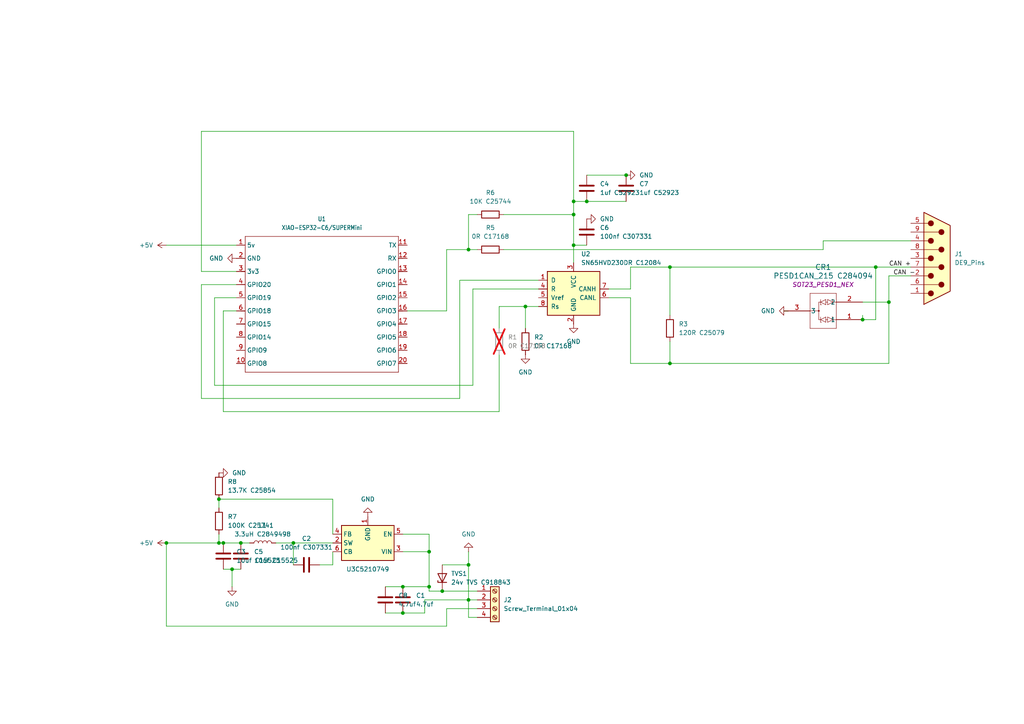
<source format=kicad_sch>
(kicad_sch
	(version 20250114)
	(generator "eeschema")
	(generator_version "9.0")
	(uuid "e63e39d7-6ac0-4ffd-8aa3-1841a4541b55")
	(paper "A4")
	(lib_symbols
		(symbol "Connector:DE9_Pins"
			(pin_names
				(offset 1.016)
				(hide yes)
			)
			(exclude_from_sim no)
			(in_bom yes)
			(on_board yes)
			(property "Reference" "J"
				(at 0 13.97 0)
				(effects
					(font
						(size 1.27 1.27)
					)
				)
			)
			(property "Value" "DE9_Pins"
				(at 0 -14.605 0)
				(effects
					(font
						(size 1.27 1.27)
					)
				)
			)
			(property "Footprint" ""
				(at 0 0 0)
				(effects
					(font
						(size 1.27 1.27)
					)
					(hide yes)
				)
			)
			(property "Datasheet" "~"
				(at 0 0 0)
				(effects
					(font
						(size 1.27 1.27)
					)
					(hide yes)
				)
			)
			(property "Description" "9-pin D-SUB connector, pins (male)"
				(at 0 0 0)
				(effects
					(font
						(size 1.27 1.27)
					)
					(hide yes)
				)
			)
			(property "ki_keywords" "DSUB DB9"
				(at 0 0 0)
				(effects
					(font
						(size 1.27 1.27)
					)
					(hide yes)
				)
			)
			(property "ki_fp_filters" "DSUB*Pins*"
				(at 0 0 0)
				(effects
					(font
						(size 1.27 1.27)
					)
					(hide yes)
				)
			)
			(symbol "DE9_Pins_0_1"
				(polyline
					(pts
						(xy -3.81 10.16) (xy -2.54 10.16)
					)
					(stroke
						(width 0)
						(type default)
					)
					(fill
						(type none)
					)
				)
				(polyline
					(pts
						(xy -3.81 7.62) (xy 0.508 7.62)
					)
					(stroke
						(width 0)
						(type default)
					)
					(fill
						(type none)
					)
				)
				(polyline
					(pts
						(xy -3.81 5.08) (xy -2.54 5.08)
					)
					(stroke
						(width 0)
						(type default)
					)
					(fill
						(type none)
					)
				)
				(polyline
					(pts
						(xy -3.81 2.54) (xy 0.508 2.54)
					)
					(stroke
						(width 0)
						(type default)
					)
					(fill
						(type none)
					)
				)
				(polyline
					(pts
						(xy -3.81 0) (xy -2.54 0)
					)
					(stroke
						(width 0)
						(type default)
					)
					(fill
						(type none)
					)
				)
				(polyline
					(pts
						(xy -3.81 -2.54) (xy 0.508 -2.54)
					)
					(stroke
						(width 0)
						(type default)
					)
					(fill
						(type none)
					)
				)
				(polyline
					(pts
						(xy -3.81 -5.08) (xy -2.54 -5.08)
					)
					(stroke
						(width 0)
						(type default)
					)
					(fill
						(type none)
					)
				)
				(polyline
					(pts
						(xy -3.81 -7.62) (xy 0.508 -7.62)
					)
					(stroke
						(width 0)
						(type default)
					)
					(fill
						(type none)
					)
				)
				(polyline
					(pts
						(xy -3.81 -10.16) (xy -2.54 -10.16)
					)
					(stroke
						(width 0)
						(type default)
					)
					(fill
						(type none)
					)
				)
				(polyline
					(pts
						(xy -3.81 -13.335) (xy -3.81 13.335) (xy 3.81 9.525) (xy 3.81 -9.525) (xy -3.81 -13.335)
					)
					(stroke
						(width 0.254)
						(type default)
					)
					(fill
						(type background)
					)
				)
				(circle
					(center -1.778 10.16)
					(radius 0.762)
					(stroke
						(width 0)
						(type default)
					)
					(fill
						(type outline)
					)
				)
				(circle
					(center -1.778 5.08)
					(radius 0.762)
					(stroke
						(width 0)
						(type default)
					)
					(fill
						(type outline)
					)
				)
				(circle
					(center -1.778 0)
					(radius 0.762)
					(stroke
						(width 0)
						(type default)
					)
					(fill
						(type outline)
					)
				)
				(circle
					(center -1.778 -5.08)
					(radius 0.762)
					(stroke
						(width 0)
						(type default)
					)
					(fill
						(type outline)
					)
				)
				(circle
					(center -1.778 -10.16)
					(radius 0.762)
					(stroke
						(width 0)
						(type default)
					)
					(fill
						(type outline)
					)
				)
				(circle
					(center 1.27 7.62)
					(radius 0.762)
					(stroke
						(width 0)
						(type default)
					)
					(fill
						(type outline)
					)
				)
				(circle
					(center 1.27 2.54)
					(radius 0.762)
					(stroke
						(width 0)
						(type default)
					)
					(fill
						(type outline)
					)
				)
				(circle
					(center 1.27 -2.54)
					(radius 0.762)
					(stroke
						(width 0)
						(type default)
					)
					(fill
						(type outline)
					)
				)
				(circle
					(center 1.27 -7.62)
					(radius 0.762)
					(stroke
						(width 0)
						(type default)
					)
					(fill
						(type outline)
					)
				)
			)
			(symbol "DE9_Pins_1_1"
				(pin passive line
					(at -7.62 10.16 0)
					(length 3.81)
					(name "5"
						(effects
							(font
								(size 1.27 1.27)
							)
						)
					)
					(number "5"
						(effects
							(font
								(size 1.27 1.27)
							)
						)
					)
				)
				(pin passive line
					(at -7.62 7.62 0)
					(length 3.81)
					(name "9"
						(effects
							(font
								(size 1.27 1.27)
							)
						)
					)
					(number "9"
						(effects
							(font
								(size 1.27 1.27)
							)
						)
					)
				)
				(pin passive line
					(at -7.62 5.08 0)
					(length 3.81)
					(name "4"
						(effects
							(font
								(size 1.27 1.27)
							)
						)
					)
					(number "4"
						(effects
							(font
								(size 1.27 1.27)
							)
						)
					)
				)
				(pin passive line
					(at -7.62 2.54 0)
					(length 3.81)
					(name "8"
						(effects
							(font
								(size 1.27 1.27)
							)
						)
					)
					(number "8"
						(effects
							(font
								(size 1.27 1.27)
							)
						)
					)
				)
				(pin passive line
					(at -7.62 0 0)
					(length 3.81)
					(name "3"
						(effects
							(font
								(size 1.27 1.27)
							)
						)
					)
					(number "3"
						(effects
							(font
								(size 1.27 1.27)
							)
						)
					)
				)
				(pin passive line
					(at -7.62 -2.54 0)
					(length 3.81)
					(name "7"
						(effects
							(font
								(size 1.27 1.27)
							)
						)
					)
					(number "7"
						(effects
							(font
								(size 1.27 1.27)
							)
						)
					)
				)
				(pin passive line
					(at -7.62 -5.08 0)
					(length 3.81)
					(name "2"
						(effects
							(font
								(size 1.27 1.27)
							)
						)
					)
					(number "2"
						(effects
							(font
								(size 1.27 1.27)
							)
						)
					)
				)
				(pin passive line
					(at -7.62 -7.62 0)
					(length 3.81)
					(name "6"
						(effects
							(font
								(size 1.27 1.27)
							)
						)
					)
					(number "6"
						(effects
							(font
								(size 1.27 1.27)
							)
						)
					)
				)
				(pin passive line
					(at -7.62 -10.16 0)
					(length 3.81)
					(name "1"
						(effects
							(font
								(size 1.27 1.27)
							)
						)
					)
					(number "1"
						(effects
							(font
								(size 1.27 1.27)
							)
						)
					)
				)
			)
			(embedded_fonts no)
		)
		(symbol "Connector:Screw_Terminal_01x04"
			(pin_names
				(offset 1.016)
				(hide yes)
			)
			(exclude_from_sim no)
			(in_bom yes)
			(on_board yes)
			(property "Reference" "J"
				(at 0 5.08 0)
				(effects
					(font
						(size 1.27 1.27)
					)
				)
			)
			(property "Value" "Screw_Terminal_01x04"
				(at 0 -7.62 0)
				(effects
					(font
						(size 1.27 1.27)
					)
				)
			)
			(property "Footprint" ""
				(at 0 0 0)
				(effects
					(font
						(size 1.27 1.27)
					)
					(hide yes)
				)
			)
			(property "Datasheet" "~"
				(at 0 0 0)
				(effects
					(font
						(size 1.27 1.27)
					)
					(hide yes)
				)
			)
			(property "Description" "Generic screw terminal, single row, 01x04, script generated (kicad-library-utils/schlib/autogen/connector/)"
				(at 0 0 0)
				(effects
					(font
						(size 1.27 1.27)
					)
					(hide yes)
				)
			)
			(property "ki_keywords" "screw terminal"
				(at 0 0 0)
				(effects
					(font
						(size 1.27 1.27)
					)
					(hide yes)
				)
			)
			(property "ki_fp_filters" "TerminalBlock*:*"
				(at 0 0 0)
				(effects
					(font
						(size 1.27 1.27)
					)
					(hide yes)
				)
			)
			(symbol "Screw_Terminal_01x04_1_1"
				(rectangle
					(start -1.27 3.81)
					(end 1.27 -6.35)
					(stroke
						(width 0.254)
						(type default)
					)
					(fill
						(type background)
					)
				)
				(polyline
					(pts
						(xy -0.5334 2.8702) (xy 0.3302 2.032)
					)
					(stroke
						(width 0.1524)
						(type default)
					)
					(fill
						(type none)
					)
				)
				(polyline
					(pts
						(xy -0.5334 0.3302) (xy 0.3302 -0.508)
					)
					(stroke
						(width 0.1524)
						(type default)
					)
					(fill
						(type none)
					)
				)
				(polyline
					(pts
						(xy -0.5334 -2.2098) (xy 0.3302 -3.048)
					)
					(stroke
						(width 0.1524)
						(type default)
					)
					(fill
						(type none)
					)
				)
				(polyline
					(pts
						(xy -0.5334 -4.7498) (xy 0.3302 -5.588)
					)
					(stroke
						(width 0.1524)
						(type default)
					)
					(fill
						(type none)
					)
				)
				(polyline
					(pts
						(xy -0.3556 3.048) (xy 0.508 2.2098)
					)
					(stroke
						(width 0.1524)
						(type default)
					)
					(fill
						(type none)
					)
				)
				(polyline
					(pts
						(xy -0.3556 0.508) (xy 0.508 -0.3302)
					)
					(stroke
						(width 0.1524)
						(type default)
					)
					(fill
						(type none)
					)
				)
				(polyline
					(pts
						(xy -0.3556 -2.032) (xy 0.508 -2.8702)
					)
					(stroke
						(width 0.1524)
						(type default)
					)
					(fill
						(type none)
					)
				)
				(polyline
					(pts
						(xy -0.3556 -4.572) (xy 0.508 -5.4102)
					)
					(stroke
						(width 0.1524)
						(type default)
					)
					(fill
						(type none)
					)
				)
				(circle
					(center 0 2.54)
					(radius 0.635)
					(stroke
						(width 0.1524)
						(type default)
					)
					(fill
						(type none)
					)
				)
				(circle
					(center 0 0)
					(radius 0.635)
					(stroke
						(width 0.1524)
						(type default)
					)
					(fill
						(type none)
					)
				)
				(circle
					(center 0 -2.54)
					(radius 0.635)
					(stroke
						(width 0.1524)
						(type default)
					)
					(fill
						(type none)
					)
				)
				(circle
					(center 0 -5.08)
					(radius 0.635)
					(stroke
						(width 0.1524)
						(type default)
					)
					(fill
						(type none)
					)
				)
				(pin passive line
					(at -5.08 2.54 0)
					(length 3.81)
					(name "Pin_1"
						(effects
							(font
								(size 1.27 1.27)
							)
						)
					)
					(number "1"
						(effects
							(font
								(size 1.27 1.27)
							)
						)
					)
				)
				(pin passive line
					(at -5.08 0 0)
					(length 3.81)
					(name "Pin_2"
						(effects
							(font
								(size 1.27 1.27)
							)
						)
					)
					(number "2"
						(effects
							(font
								(size 1.27 1.27)
							)
						)
					)
				)
				(pin passive line
					(at -5.08 -2.54 0)
					(length 3.81)
					(name "Pin_3"
						(effects
							(font
								(size 1.27 1.27)
							)
						)
					)
					(number "3"
						(effects
							(font
								(size 1.27 1.27)
							)
						)
					)
				)
				(pin passive line
					(at -5.08 -5.08 0)
					(length 3.81)
					(name "Pin_4"
						(effects
							(font
								(size 1.27 1.27)
							)
						)
					)
					(number "4"
						(effects
							(font
								(size 1.27 1.27)
							)
						)
					)
				)
			)
			(embedded_fonts no)
		)
		(symbol "Device:C"
			(pin_numbers
				(hide yes)
			)
			(pin_names
				(offset 0.254)
			)
			(exclude_from_sim no)
			(in_bom yes)
			(on_board yes)
			(property "Reference" "C"
				(at 0.635 2.54 0)
				(effects
					(font
						(size 1.27 1.27)
					)
					(justify left)
				)
			)
			(property "Value" "C"
				(at 0.635 -2.54 0)
				(effects
					(font
						(size 1.27 1.27)
					)
					(justify left)
				)
			)
			(property "Footprint" ""
				(at 0.9652 -3.81 0)
				(effects
					(font
						(size 1.27 1.27)
					)
					(hide yes)
				)
			)
			(property "Datasheet" "~"
				(at 0 0 0)
				(effects
					(font
						(size 1.27 1.27)
					)
					(hide yes)
				)
			)
			(property "Description" "Unpolarized capacitor"
				(at 0 0 0)
				(effects
					(font
						(size 1.27 1.27)
					)
					(hide yes)
				)
			)
			(property "ki_keywords" "cap capacitor"
				(at 0 0 0)
				(effects
					(font
						(size 1.27 1.27)
					)
					(hide yes)
				)
			)
			(property "ki_fp_filters" "C_*"
				(at 0 0 0)
				(effects
					(font
						(size 1.27 1.27)
					)
					(hide yes)
				)
			)
			(symbol "C_0_1"
				(polyline
					(pts
						(xy -2.032 0.762) (xy 2.032 0.762)
					)
					(stroke
						(width 0.508)
						(type default)
					)
					(fill
						(type none)
					)
				)
				(polyline
					(pts
						(xy -2.032 -0.762) (xy 2.032 -0.762)
					)
					(stroke
						(width 0.508)
						(type default)
					)
					(fill
						(type none)
					)
				)
			)
			(symbol "C_1_1"
				(pin passive line
					(at 0 3.81 270)
					(length 2.794)
					(name "~"
						(effects
							(font
								(size 1.27 1.27)
							)
						)
					)
					(number "1"
						(effects
							(font
								(size 1.27 1.27)
							)
						)
					)
				)
				(pin passive line
					(at 0 -3.81 90)
					(length 2.794)
					(name "~"
						(effects
							(font
								(size 1.27 1.27)
							)
						)
					)
					(number "2"
						(effects
							(font
								(size 1.27 1.27)
							)
						)
					)
				)
			)
			(embedded_fonts no)
		)
		(symbol "Device:L"
			(pin_numbers
				(hide yes)
			)
			(pin_names
				(offset 1.016)
				(hide yes)
			)
			(exclude_from_sim no)
			(in_bom yes)
			(on_board yes)
			(property "Reference" "L"
				(at -1.27 0 90)
				(effects
					(font
						(size 1.27 1.27)
					)
				)
			)
			(property "Value" "L"
				(at 1.905 0 90)
				(effects
					(font
						(size 1.27 1.27)
					)
				)
			)
			(property "Footprint" ""
				(at 0 0 0)
				(effects
					(font
						(size 1.27 1.27)
					)
					(hide yes)
				)
			)
			(property "Datasheet" "~"
				(at 0 0 0)
				(effects
					(font
						(size 1.27 1.27)
					)
					(hide yes)
				)
			)
			(property "Description" "Inductor"
				(at 0 0 0)
				(effects
					(font
						(size 1.27 1.27)
					)
					(hide yes)
				)
			)
			(property "ki_keywords" "inductor choke coil reactor magnetic"
				(at 0 0 0)
				(effects
					(font
						(size 1.27 1.27)
					)
					(hide yes)
				)
			)
			(property "ki_fp_filters" "Choke_* *Coil* Inductor_* L_*"
				(at 0 0 0)
				(effects
					(font
						(size 1.27 1.27)
					)
					(hide yes)
				)
			)
			(symbol "L_0_1"
				(arc
					(start 0 2.54)
					(mid 0.6323 1.905)
					(end 0 1.27)
					(stroke
						(width 0)
						(type default)
					)
					(fill
						(type none)
					)
				)
				(arc
					(start 0 1.27)
					(mid 0.6323 0.635)
					(end 0 0)
					(stroke
						(width 0)
						(type default)
					)
					(fill
						(type none)
					)
				)
				(arc
					(start 0 0)
					(mid 0.6323 -0.635)
					(end 0 -1.27)
					(stroke
						(width 0)
						(type default)
					)
					(fill
						(type none)
					)
				)
				(arc
					(start 0 -1.27)
					(mid 0.6323 -1.905)
					(end 0 -2.54)
					(stroke
						(width 0)
						(type default)
					)
					(fill
						(type none)
					)
				)
			)
			(symbol "L_1_1"
				(pin passive line
					(at 0 3.81 270)
					(length 1.27)
					(name "1"
						(effects
							(font
								(size 1.27 1.27)
							)
						)
					)
					(number "1"
						(effects
							(font
								(size 1.27 1.27)
							)
						)
					)
				)
				(pin passive line
					(at 0 -3.81 90)
					(length 1.27)
					(name "2"
						(effects
							(font
								(size 1.27 1.27)
							)
						)
					)
					(number "2"
						(effects
							(font
								(size 1.27 1.27)
							)
						)
					)
				)
			)
			(embedded_fonts no)
		)
		(symbol "Device:R"
			(pin_numbers
				(hide yes)
			)
			(pin_names
				(offset 0)
			)
			(exclude_from_sim no)
			(in_bom yes)
			(on_board yes)
			(property "Reference" "R"
				(at 2.032 0 90)
				(effects
					(font
						(size 1.27 1.27)
					)
				)
			)
			(property "Value" "R"
				(at 0 0 90)
				(effects
					(font
						(size 1.27 1.27)
					)
				)
			)
			(property "Footprint" ""
				(at -1.778 0 90)
				(effects
					(font
						(size 1.27 1.27)
					)
					(hide yes)
				)
			)
			(property "Datasheet" "~"
				(at 0 0 0)
				(effects
					(font
						(size 1.27 1.27)
					)
					(hide yes)
				)
			)
			(property "Description" "Resistor"
				(at 0 0 0)
				(effects
					(font
						(size 1.27 1.27)
					)
					(hide yes)
				)
			)
			(property "ki_keywords" "R res resistor"
				(at 0 0 0)
				(effects
					(font
						(size 1.27 1.27)
					)
					(hide yes)
				)
			)
			(property "ki_fp_filters" "R_*"
				(at 0 0 0)
				(effects
					(font
						(size 1.27 1.27)
					)
					(hide yes)
				)
			)
			(symbol "R_0_1"
				(rectangle
					(start -1.016 -2.54)
					(end 1.016 2.54)
					(stroke
						(width 0.254)
						(type default)
					)
					(fill
						(type none)
					)
				)
			)
			(symbol "R_1_1"
				(pin passive line
					(at 0 3.81 270)
					(length 1.27)
					(name "~"
						(effects
							(font
								(size 1.27 1.27)
							)
						)
					)
					(number "1"
						(effects
							(font
								(size 1.27 1.27)
							)
						)
					)
				)
				(pin passive line
					(at 0 -3.81 90)
					(length 1.27)
					(name "~"
						(effects
							(font
								(size 1.27 1.27)
							)
						)
					)
					(number "2"
						(effects
							(font
								(size 1.27 1.27)
							)
						)
					)
				)
			)
			(embedded_fonts no)
		)
		(symbol "Diode:PTVS5V0Z1USK"
			(pin_numbers
				(hide yes)
			)
			(pin_names
				(hide yes)
			)
			(exclude_from_sim no)
			(in_bom yes)
			(on_board yes)
			(property "Reference" "D"
				(at 0 2.54 0)
				(effects
					(font
						(size 1.27 1.27)
					)
				)
			)
			(property "Value" "PTVS5V0Z1USK"
				(at 0 -2.54 0)
				(effects
					(font
						(size 1.27 1.27)
					)
				)
			)
			(property "Footprint" "Diode_SMD:Nexperia_DSN1608-2_1.6x0.8mm"
				(at 0 -4.445 0)
				(effects
					(font
						(size 1.27 1.27)
					)
					(hide yes)
				)
			)
			(property "Datasheet" "https://assets.nexperia.com/documents/data-sheet/PTVS5V0Z1USK.pdf"
				(at 0 0 0)
				(effects
					(font
						(size 1.27 1.27)
					)
					(hide yes)
				)
			)
			(property "Description" "5V, 1200W TVS unidirectional diode, DSN1608-2"
				(at 0 0 0)
				(effects
					(font
						(size 1.27 1.27)
					)
					(hide yes)
				)
			)
			(property "ki_keywords" "TVS diode"
				(at 0 0 0)
				(effects
					(font
						(size 1.27 1.27)
					)
					(hide yes)
				)
			)
			(property "ki_fp_filters" "*DSN1608?2*"
				(at 0 0 0)
				(effects
					(font
						(size 1.27 1.27)
					)
					(hide yes)
				)
			)
			(symbol "PTVS5V0Z1USK_0_1"
				(polyline
					(pts
						(xy -1.27 -1.27) (xy -1.27 1.27) (xy -0.762 1.27)
					)
					(stroke
						(width 0.254)
						(type default)
					)
					(fill
						(type none)
					)
				)
				(polyline
					(pts
						(xy 1.27 0) (xy -1.27 0)
					)
					(stroke
						(width 0)
						(type default)
					)
					(fill
						(type none)
					)
				)
				(polyline
					(pts
						(xy 1.27 -1.27) (xy 1.27 1.27) (xy -1.27 0) (xy 1.27 -1.27)
					)
					(stroke
						(width 0.254)
						(type default)
					)
					(fill
						(type none)
					)
				)
			)
			(symbol "PTVS5V0Z1USK_1_1"
				(pin passive line
					(at -3.81 0 0)
					(length 2.54)
					(name "K"
						(effects
							(font
								(size 1.27 1.27)
							)
						)
					)
					(number "1"
						(effects
							(font
								(size 1.27 1.27)
							)
						)
					)
				)
				(pin passive line
					(at 3.81 0 180)
					(length 2.54)
					(name "A"
						(effects
							(font
								(size 1.27 1.27)
							)
						)
					)
					(number "2"
						(effects
							(font
								(size 1.27 1.27)
							)
						)
					)
				)
			)
			(embedded_fonts no)
		)
		(symbol "Interface_CAN_LIN:SN65HVD230"
			(pin_names
				(offset 1.016)
			)
			(exclude_from_sim no)
			(in_bom yes)
			(on_board yes)
			(property "Reference" "U"
				(at -2.54 10.16 0)
				(effects
					(font
						(size 1.27 1.27)
					)
					(justify right)
				)
			)
			(property "Value" "SN65HVD230"
				(at -2.54 7.62 0)
				(effects
					(font
						(size 1.27 1.27)
					)
					(justify right)
				)
			)
			(property "Footprint" "Package_SO:SOIC-8_3.9x4.9mm_P1.27mm"
				(at 0 -12.7 0)
				(effects
					(font
						(size 1.27 1.27)
					)
					(hide yes)
				)
			)
			(property "Datasheet" "http://www.ti.com/lit/ds/symlink/sn65hvd230.pdf"
				(at -2.54 10.16 0)
				(effects
					(font
						(size 1.27 1.27)
					)
					(hide yes)
				)
			)
			(property "Description" "CAN Bus Transceivers, 3.3V, 1Mbps, Low-Power capabilities, SOIC-8"
				(at 0 0 0)
				(effects
					(font
						(size 1.27 1.27)
					)
					(hide yes)
				)
			)
			(property "ki_keywords" "can transeiver ti low-power"
				(at 0 0 0)
				(effects
					(font
						(size 1.27 1.27)
					)
					(hide yes)
				)
			)
			(property "ki_fp_filters" "SOIC*3.9x4.9mm*P1.27mm*"
				(at 0 0 0)
				(effects
					(font
						(size 1.27 1.27)
					)
					(hide yes)
				)
			)
			(symbol "SN65HVD230_0_1"
				(rectangle
					(start -7.62 5.08)
					(end 7.62 -7.62)
					(stroke
						(width 0.254)
						(type default)
					)
					(fill
						(type background)
					)
				)
			)
			(symbol "SN65HVD230_1_1"
				(pin input line
					(at -10.16 2.54 0)
					(length 2.54)
					(name "D"
						(effects
							(font
								(size 1.27 1.27)
							)
						)
					)
					(number "1"
						(effects
							(font
								(size 1.27 1.27)
							)
						)
					)
				)
				(pin output line
					(at -10.16 0 0)
					(length 2.54)
					(name "R"
						(effects
							(font
								(size 1.27 1.27)
							)
						)
					)
					(number "4"
						(effects
							(font
								(size 1.27 1.27)
							)
						)
					)
				)
				(pin output line
					(at -10.16 -2.54 0)
					(length 2.54)
					(name "Vref"
						(effects
							(font
								(size 1.27 1.27)
							)
						)
					)
					(number "5"
						(effects
							(font
								(size 1.27 1.27)
							)
						)
					)
				)
				(pin input line
					(at -10.16 -5.08 0)
					(length 2.54)
					(name "Rs"
						(effects
							(font
								(size 1.27 1.27)
							)
						)
					)
					(number "8"
						(effects
							(font
								(size 1.27 1.27)
							)
						)
					)
				)
				(pin power_in line
					(at 0 7.62 270)
					(length 2.54)
					(name "VCC"
						(effects
							(font
								(size 1.27 1.27)
							)
						)
					)
					(number "3"
						(effects
							(font
								(size 1.27 1.27)
							)
						)
					)
				)
				(pin power_in line
					(at 0 -10.16 90)
					(length 2.54)
					(name "GND"
						(effects
							(font
								(size 1.27 1.27)
							)
						)
					)
					(number "2"
						(effects
							(font
								(size 1.27 1.27)
							)
						)
					)
				)
				(pin bidirectional line
					(at 10.16 0 180)
					(length 2.54)
					(name "CANH"
						(effects
							(font
								(size 1.27 1.27)
							)
						)
					)
					(number "7"
						(effects
							(font
								(size 1.27 1.27)
							)
						)
					)
				)
				(pin bidirectional line
					(at 10.16 -2.54 180)
					(length 2.54)
					(name "CANL"
						(effects
							(font
								(size 1.27 1.27)
							)
						)
					)
					(number "6"
						(effects
							(font
								(size 1.27 1.27)
							)
						)
					)
				)
			)
			(embedded_fonts no)
		)
		(symbol "JPGIndustriesCustomSymbols:SUPERMINI_ESP32-C6-DIP"
			(exclude_from_sim no)
			(in_bom yes)
			(on_board yes)
			(property "Reference" "U"
				(at -20.574 17.018 0)
				(effects
					(font
						(size 1.27 1.0795)
					)
				)
			)
			(property "Value" "XIAO-ESP32-C6"
				(at -15.24 14.986 0)
				(effects
					(font
						(size 1.27 1.0795)
					)
				)
			)
			(property "Footprint" "Module:MOUDLE14P-XIAO-DIP-SMD"
				(at -4.572 -24.384 0)
				(effects
					(font
						(size 1.27 1.27)
					)
					(hide yes)
				)
			)
			(property "Datasheet" ""
				(at 0 0 0)
				(effects
					(font
						(size 1.27 1.27)
					)
					(hide yes)
				)
			)
			(property "Description" ""
				(at 0 0 0)
				(effects
					(font
						(size 1.27 1.27)
					)
					(hide yes)
				)
			)
			(property "Manufacturer" ""
				(at 0 0 0)
				(effects
					(font
						(size 1.27 1.27)
					)
					(hide yes)
				)
			)
			(property "MPN" ""
				(at 0 0 0)
				(effects
					(font
						(size 1.27 1.27)
					)
					(hide yes)
				)
			)
			(property "SKU" "XIAO-DIP"
				(at -5.842 -2.286 0)
				(effects
					(font
						(size 1.27 1.27)
					)
					(hide yes)
				)
			)
			(property "Part Type" ""
				(at 0 0 0)
				(effects
					(font
						(size 1.27 1.27)
					)
					(hide yes)
				)
			)
			(property "Rating" ""
				(at 0 0 0)
				(effects
					(font
						(size 1.27 1.27)
					)
				)
			)
			(property "Status" ""
				(at 0 0 0)
				(effects
					(font
						(size 1.27 1.27)
					)
					(hide yes)
				)
			)
			(property "Temperature" ""
				(at 0 0 0)
				(effects
					(font
						(size 1.27 1.27)
					)
					(hide yes)
				)
			)
			(property "Priority" ""
				(at 0 0 0)
				(effects
					(font
						(size 1.27 1.27)
					)
					(hide yes)
				)
			)
			(property "ki_fp_filters" "Module:MOUDLE14P-XIAO-DIP-SMD"
				(at 0 0 0)
				(effects
					(font
						(size 1.27 1.27)
					)
					(hide yes)
				)
			)
			(symbol "SUPERMINI_ESP32-C6-DIP_1_0"
				(polyline
					(pts
						(xy -21.59 13.97) (xy 22.86 13.97)
					)
					(stroke
						(width 0.1524)
						(type solid)
					)
					(fill
						(type none)
					)
				)
				(polyline
					(pts
						(xy -21.59 11.43) (xy -22.86 11.43)
					)
					(stroke
						(width 0.1524)
						(type solid)
					)
					(fill
						(type none)
					)
				)
				(polyline
					(pts
						(xy -21.59 11.43) (xy -21.59 13.97)
					)
					(stroke
						(width 0.1524)
						(type solid)
					)
					(fill
						(type none)
					)
				)
				(polyline
					(pts
						(xy -21.59 7.62) (xy -22.86 7.62)
					)
					(stroke
						(width 0.1524)
						(type solid)
					)
					(fill
						(type none)
					)
				)
				(polyline
					(pts
						(xy -21.59 7.62) (xy -21.59 11.43)
					)
					(stroke
						(width 0.1524)
						(type solid)
					)
					(fill
						(type none)
					)
				)
				(polyline
					(pts
						(xy -21.59 3.81) (xy -22.86 3.81)
					)
					(stroke
						(width 0.1524)
						(type solid)
					)
					(fill
						(type none)
					)
				)
				(polyline
					(pts
						(xy -21.59 3.81) (xy -21.59 7.62)
					)
					(stroke
						(width 0.1524)
						(type solid)
					)
					(fill
						(type none)
					)
				)
				(polyline
					(pts
						(xy -21.59 0) (xy -22.86 0)
					)
					(stroke
						(width 0.1524)
						(type solid)
					)
					(fill
						(type none)
					)
				)
				(polyline
					(pts
						(xy -21.59 -3.81) (xy -22.86 -3.81)
					)
					(stroke
						(width 0.1524)
						(type solid)
					)
					(fill
						(type none)
					)
				)
				(polyline
					(pts
						(xy -21.59 -7.62) (xy -22.86 -7.62)
					)
					(stroke
						(width 0.1524)
						(type solid)
					)
					(fill
						(type none)
					)
				)
				(polyline
					(pts
						(xy -21.59 -11.43) (xy -22.86 -11.43)
					)
					(stroke
						(width 0.1524)
						(type solid)
					)
					(fill
						(type none)
					)
				)
				(polyline
					(pts
						(xy -21.59 -25.4) (xy -21.59 3.81)
					)
					(stroke
						(width 0.1524)
						(type solid)
					)
					(fill
						(type none)
					)
				)
				(polyline
					(pts
						(xy 22.86 13.97) (xy 22.86 11.43)
					)
					(stroke
						(width 0.1524)
						(type solid)
					)
					(fill
						(type none)
					)
				)
				(polyline
					(pts
						(xy 22.86 11.43) (xy 22.86 7.62)
					)
					(stroke
						(width 0.1524)
						(type solid)
					)
					(fill
						(type none)
					)
				)
				(polyline
					(pts
						(xy 22.86 7.62) (xy 22.86 3.81)
					)
					(stroke
						(width 0.1524)
						(type solid)
					)
					(fill
						(type none)
					)
				)
				(polyline
					(pts
						(xy 22.86 3.81) (xy 22.86 -25.4)
					)
					(stroke
						(width 0.1524)
						(type solid)
					)
					(fill
						(type none)
					)
				)
				(polyline
					(pts
						(xy 22.86 -25.4) (xy -21.59 -25.4)
					)
					(stroke
						(width 0.1524)
						(type solid)
					)
					(fill
						(type none)
					)
				)
				(polyline
					(pts
						(xy 24.13 11.43) (xy 22.86 11.43)
					)
					(stroke
						(width 0.1524)
						(type solid)
					)
					(fill
						(type none)
					)
				)
				(polyline
					(pts
						(xy 24.13 7.62) (xy 22.86 7.62)
					)
					(stroke
						(width 0.1524)
						(type solid)
					)
					(fill
						(type none)
					)
				)
				(polyline
					(pts
						(xy 24.13 3.81) (xy 22.86 3.81)
					)
					(stroke
						(width 0.1524)
						(type solid)
					)
					(fill
						(type none)
					)
				)
				(polyline
					(pts
						(xy 24.13 0) (xy 22.86 0)
					)
					(stroke
						(width 0.1524)
						(type solid)
					)
					(fill
						(type none)
					)
				)
				(polyline
					(pts
						(xy 24.13 -3.81) (xy 22.86 -3.81)
					)
					(stroke
						(width 0.1524)
						(type solid)
					)
					(fill
						(type none)
					)
				)
				(polyline
					(pts
						(xy 24.13 -7.62) (xy 22.86 -7.62)
					)
					(stroke
						(width 0.1524)
						(type solid)
					)
					(fill
						(type none)
					)
				)
				(polyline
					(pts
						(xy 24.13 -11.43) (xy 22.86 -11.43)
					)
					(stroke
						(width 0.1524)
						(type solid)
					)
					(fill
						(type none)
					)
				)
				(pin power_in line
					(at -24.13 11.43 0)
					(length 2.54)
					(name "5v"
						(effects
							(font
								(size 1.27 1.27)
							)
						)
					)
					(number "1"
						(effects
							(font
								(size 1.27 1.27)
							)
						)
					)
				)
				(pin power_in line
					(at -24.13 7.62 0)
					(length 2.54)
					(name "GND"
						(effects
							(font
								(size 1.27 1.27)
							)
						)
					)
					(number "2"
						(effects
							(font
								(size 1.27 1.27)
							)
						)
					)
				)
				(pin power_out line
					(at -24.13 3.81 0)
					(length 2.54)
					(name "3v3"
						(effects
							(font
								(size 1.27 1.27)
							)
						)
					)
					(number "3"
						(effects
							(font
								(size 1.27 1.27)
							)
						)
					)
				)
				(pin bidirectional line
					(at -24.13 0 0)
					(length 2.54)
					(name "GPIO20"
						(effects
							(font
								(size 1.27 1.27)
							)
						)
					)
					(number "4"
						(effects
							(font
								(size 1.27 1.27)
							)
						)
					)
				)
				(pin bidirectional line
					(at -24.13 -3.81 0)
					(length 2.54)
					(name "GPIO19"
						(effects
							(font
								(size 1.27 1.27)
							)
						)
					)
					(number "5"
						(effects
							(font
								(size 1.27 1.27)
							)
						)
					)
				)
				(pin bidirectional line
					(at -24.13 -7.62 0)
					(length 2.54)
					(name "GPIO18"
						(effects
							(font
								(size 1.27 1.27)
							)
						)
					)
					(number "6"
						(effects
							(font
								(size 1.27 1.27)
							)
						)
					)
				)
				(pin bidirectional line
					(at -24.13 -11.43 0)
					(length 2.54)
					(name "GPIO15"
						(effects
							(font
								(size 1.27 1.27)
							)
						)
					)
					(number "7"
						(effects
							(font
								(size 1.27 1.27)
							)
						)
					)
				)
				(pin bidirectional line
					(at -24.13 -19.05 0)
					(length 2.54)
					(name "GPIO9"
						(effects
							(font
								(size 1.27 1.27)
							)
						)
					)
					(number "9"
						(effects
							(font
								(size 1.27 1.27)
							)
						)
					)
				)
				(pin bidirectional line
					(at -24.13 -22.86 0)
					(length 2.54)
					(name "GPIO8"
						(effects
							(font
								(size 1.27 1.27)
							)
						)
					)
					(number "10"
						(effects
							(font
								(size 1.27 1.27)
							)
						)
					)
				)
				(pin bidirectional line
					(at 25.4 11.43 180)
					(length 2.54)
					(name "TX"
						(effects
							(font
								(size 1.27 1.27)
							)
						)
					)
					(number "11"
						(effects
							(font
								(size 1.27 1.27)
							)
						)
					)
				)
				(pin bidirectional line
					(at 25.4 7.62 180)
					(length 2.54)
					(name "RX"
						(effects
							(font
								(size 1.27 1.27)
							)
						)
					)
					(number "12"
						(effects
							(font
								(size 1.27 1.27)
							)
						)
					)
				)
				(pin bidirectional line
					(at 25.4 3.81 180)
					(length 2.54)
					(name "GPIO0"
						(effects
							(font
								(size 1.27 1.27)
							)
						)
					)
					(number "13"
						(effects
							(font
								(size 1.27 1.27)
							)
						)
					)
				)
				(pin bidirectional line
					(at 25.4 0 180)
					(length 2.54)
					(name "GPIO1"
						(effects
							(font
								(size 1.27 1.27)
							)
						)
					)
					(number "14"
						(effects
							(font
								(size 1.27 1.27)
							)
						)
					)
				)
				(pin bidirectional line
					(at 25.4 -3.81 180)
					(length 2.54)
					(name "GPIO2"
						(effects
							(font
								(size 1.27 1.27)
							)
						)
					)
					(number "15"
						(effects
							(font
								(size 1.27 1.27)
							)
						)
					)
				)
				(pin bidirectional line
					(at 25.4 -7.62 180)
					(length 2.54)
					(name "GPIO3"
						(effects
							(font
								(size 1.27 1.27)
							)
						)
					)
					(number "16"
						(effects
							(font
								(size 1.27 1.27)
							)
						)
					)
				)
				(pin bidirectional line
					(at 25.4 -11.43 180)
					(length 2.54)
					(name "GPIO4"
						(effects
							(font
								(size 1.27 1.27)
							)
						)
					)
					(number "17"
						(effects
							(font
								(size 1.27 1.27)
							)
						)
					)
				)
				(pin bidirectional line
					(at 25.4 -15.24 180)
					(length 2.54)
					(name "GPIO5"
						(effects
							(font
								(size 1.27 1.27)
							)
						)
					)
					(number "18"
						(effects
							(font
								(size 1.27 1.27)
							)
						)
					)
				)
				(pin bidirectional line
					(at 25.4 -19.05 180)
					(length 2.54)
					(name "GPIO6"
						(effects
							(font
								(size 1.27 1.27)
							)
						)
					)
					(number "19"
						(effects
							(font
								(size 1.27 1.27)
							)
						)
					)
				)
				(pin bidirectional line
					(at 25.4 -22.86 180)
					(length 2.54)
					(name "GPIO7"
						(effects
							(font
								(size 1.27 1.27)
							)
						)
					)
					(number "20"
						(effects
							(font
								(size 1.27 1.27)
							)
						)
					)
				)
			)
			(symbol "SUPERMINI_ESP32-C6-DIP_1_1"
				(pin bidirectional line
					(at -24.13 -15.24 0)
					(length 2.54)
					(name "GPIO14"
						(effects
							(font
								(size 1.27 1.27)
							)
						)
					)
					(number "8"
						(effects
							(font
								(size 1.27 1.27)
							)
						)
					)
				)
			)
			(embedded_fonts no)
		)
		(symbol "PESD1CAN:PESD1CAN_215"
			(pin_names
				(offset 0.254)
			)
			(exclude_from_sim no)
			(in_bom yes)
			(on_board yes)
			(property "Reference" "CR"
				(at 11.43 7.366 0)
				(effects
					(font
						(size 1.524 1.524)
					)
				)
			)
			(property "Value" "PESD1CAN_215"
				(at 10.16 5.08 0)
				(effects
					(font
						(size 1.524 1.524)
					)
				)
			)
			(property "Footprint" "SOT23_PESD1_NEX"
				(at 0 0 0)
				(effects
					(font
						(size 1.27 1.27)
						(italic yes)
					)
					(hide yes)
				)
			)
			(property "Datasheet" "PESD1CAN_215"
				(at 0 0 0)
				(effects
					(font
						(size 1.27 1.27)
						(italic yes)
					)
					(hide yes)
				)
			)
			(property "Description" ""
				(at 0 0 0)
				(effects
					(font
						(size 1.27 1.27)
					)
					(hide yes)
				)
			)
			(property "ki_locked" ""
				(at 0 0 0)
				(effects
					(font
						(size 1.27 1.27)
					)
				)
			)
			(property "ki_keywords" "PESD1CAN,215"
				(at 0 0 0)
				(effects
					(font
						(size 1.27 1.27)
					)
					(hide yes)
				)
			)
			(property "ki_fp_filters" "SOT23_PESD1_NEX SOT23_PESD1_NEX-M SOT23_PESD1_NEX-L"
				(at 0 0 0)
				(effects
					(font
						(size 1.27 1.27)
					)
					(hide yes)
				)
			)
			(symbol "PESD1CAN_215_0_1"
				(polyline
					(pts
						(xy 7.62 2.54) (xy 7.62 -7.62)
					)
					(stroke
						(width 0.127)
						(type default)
					)
					(fill
						(type none)
					)
				)
				(polyline
					(pts
						(xy 7.62 0) (xy 8.636 0)
					)
					(stroke
						(width 0.127)
						(type default)
					)
					(fill
						(type none)
					)
				)
				(polyline
					(pts
						(xy 7.62 -5.08) (xy 8.636 -5.08)
					)
					(stroke
						(width 0.127)
						(type default)
					)
					(fill
						(type none)
					)
				)
				(polyline
					(pts
						(xy 7.62 -7.62) (xy 15.24 -7.62)
					)
					(stroke
						(width 0.127)
						(type default)
					)
					(fill
						(type none)
					)
				)
				(polyline
					(pts
						(xy 8.636 0) (xy 10.16 -0.762)
					)
					(stroke
						(width 0.127)
						(type default)
					)
					(fill
						(type none)
					)
				)
				(polyline
					(pts
						(xy 8.636 -0.762) (xy 8.636 0.762)
					)
					(stroke
						(width 0.127)
						(type default)
					)
					(fill
						(type none)
					)
				)
				(polyline
					(pts
						(xy 8.636 -0.762) (xy 8.89 -0.762)
					)
					(stroke
						(width 0.127)
						(type default)
					)
					(fill
						(type none)
					)
				)
				(polyline
					(pts
						(xy 8.636 -5.08) (xy 10.16 -5.842)
					)
					(stroke
						(width 0.127)
						(type default)
					)
					(fill
						(type none)
					)
				)
				(polyline
					(pts
						(xy 8.636 -5.842) (xy 8.636 -4.318)
					)
					(stroke
						(width 0.127)
						(type default)
					)
					(fill
						(type none)
					)
				)
				(polyline
					(pts
						(xy 8.636 -5.842) (xy 8.89 -5.842)
					)
					(stroke
						(width 0.127)
						(type default)
					)
					(fill
						(type none)
					)
				)
				(polyline
					(pts
						(xy 10.16 0.762) (xy 8.636 0)
					)
					(stroke
						(width 0.127)
						(type default)
					)
					(fill
						(type none)
					)
				)
				(polyline
					(pts
						(xy 10.16 0) (xy 10.668 0)
					)
					(stroke
						(width 0.127)
						(type default)
					)
					(fill
						(type none)
					)
				)
				(polyline
					(pts
						(xy 10.16 -0.762) (xy 10.16 0.762)
					)
					(stroke
						(width 0.127)
						(type default)
					)
					(fill
						(type none)
					)
				)
				(polyline
					(pts
						(xy 10.16 -4.318) (xy 8.636 -5.08)
					)
					(stroke
						(width 0.127)
						(type default)
					)
					(fill
						(type none)
					)
				)
				(polyline
					(pts
						(xy 10.16 -5.08) (xy 10.668 -5.08)
					)
					(stroke
						(width 0.127)
						(type default)
					)
					(fill
						(type none)
					)
				)
				(polyline
					(pts
						(xy 10.16 -5.842) (xy 10.16 -4.318)
					)
					(stroke
						(width 0.127)
						(type default)
					)
					(fill
						(type none)
					)
				)
				(polyline
					(pts
						(xy 10.668 0.762) (xy 10.668 -0.762)
					)
					(stroke
						(width 0.127)
						(type default)
					)
					(fill
						(type none)
					)
				)
				(polyline
					(pts
						(xy 10.668 -0.762) (xy 12.192 0)
					)
					(stroke
						(width 0.127)
						(type default)
					)
					(fill
						(type none)
					)
				)
				(polyline
					(pts
						(xy 10.668 -4.318) (xy 10.668 -5.842)
					)
					(stroke
						(width 0.127)
						(type default)
					)
					(fill
						(type none)
					)
				)
				(polyline
					(pts
						(xy 10.668 -5.842) (xy 12.192 -5.08)
					)
					(stroke
						(width 0.127)
						(type default)
					)
					(fill
						(type none)
					)
				)
				(polyline
					(pts
						(xy 12.192 0.762) (xy 11.938 0.762)
					)
					(stroke
						(width 0.127)
						(type default)
					)
					(fill
						(type none)
					)
				)
				(polyline
					(pts
						(xy 12.192 0.762) (xy 12.192 -0.762)
					)
					(stroke
						(width 0.127)
						(type default)
					)
					(fill
						(type none)
					)
				)
				(polyline
					(pts
						(xy 12.192 0) (xy 10.668 0.762)
					)
					(stroke
						(width 0.127)
						(type default)
					)
					(fill
						(type none)
					)
				)
				(polyline
					(pts
						(xy 12.192 0) (xy 12.7 0)
					)
					(stroke
						(width 0.127)
						(type default)
					)
					(fill
						(type none)
					)
				)
				(polyline
					(pts
						(xy 12.192 -4.318) (xy 11.938 -4.318)
					)
					(stroke
						(width 0.127)
						(type default)
					)
					(fill
						(type none)
					)
				)
				(polyline
					(pts
						(xy 12.192 -4.318) (xy 12.192 -5.842)
					)
					(stroke
						(width 0.127)
						(type default)
					)
					(fill
						(type none)
					)
				)
				(polyline
					(pts
						(xy 12.192 -5.08) (xy 10.668 -4.318)
					)
					(stroke
						(width 0.127)
						(type default)
					)
					(fill
						(type none)
					)
				)
				(polyline
					(pts
						(xy 12.192 -5.08) (xy 12.7 -5.08)
					)
					(stroke
						(width 0.127)
						(type default)
					)
					(fill
						(type none)
					)
				)
				(polyline
					(pts
						(xy 12.7 0) (xy 12.7 -5.08)
					)
					(stroke
						(width 0.127)
						(type default)
					)
					(fill
						(type none)
					)
				)
				(polyline
					(pts
						(xy 12.7 -2.54) (xy 15.24 -2.54)
					)
					(stroke
						(width 0.127)
						(type default)
					)
					(fill
						(type none)
					)
				)
				(circle
					(center 12.7 -2.54)
					(radius 0.127)
					(stroke
						(width 0.254)
						(type default)
					)
					(fill
						(type none)
					)
				)
				(polyline
					(pts
						(xy 15.24 2.54) (xy 7.62 2.54)
					)
					(stroke
						(width 0.127)
						(type default)
					)
					(fill
						(type none)
					)
				)
				(polyline
					(pts
						(xy 15.24 -7.62) (xy 15.24 2.54)
					)
					(stroke
						(width 0.127)
						(type default)
					)
					(fill
						(type none)
					)
				)
				(pin unspecified line
					(at 0 0 0)
					(length 7.62)
					(name "1"
						(effects
							(font
								(size 1.27 1.27)
							)
						)
					)
					(number "1"
						(effects
							(font
								(size 1.27 1.27)
							)
						)
					)
				)
				(pin unspecified line
					(at 0 -5.08 0)
					(length 7.62)
					(name "2"
						(effects
							(font
								(size 1.27 1.27)
							)
						)
					)
					(number "2"
						(effects
							(font
								(size 1.27 1.27)
							)
						)
					)
				)
				(pin unspecified line
					(at 22.86 -2.54 180)
					(length 7.62)
					(name "3"
						(effects
							(font
								(size 1.27 1.27)
							)
						)
					)
					(number "3"
						(effects
							(font
								(size 1.27 1.27)
							)
						)
					)
				)
			)
			(embedded_fonts no)
		)
		(symbol "Regulator_Switching:LMR51430"
			(exclude_from_sim no)
			(in_bom yes)
			(on_board yes)
			(property "Reference" "U"
				(at -7.62 6.35 0)
				(effects
					(font
						(size 1.27 1.27)
					)
					(justify left)
				)
			)
			(property "Value" "LMR51430"
				(at 0 6.35 0)
				(effects
					(font
						(size 1.27 1.27)
					)
					(justify left)
				)
			)
			(property "Footprint" "Package_TO_SOT_SMD:SOT-23-6"
				(at 1.27 -8.89 0)
				(effects
					(font
						(size 1.27 1.27)
					)
					(justify left)
					(hide yes)
				)
			)
			(property "Datasheet" "https://www.ti.com/lit/ds/symlink/lmr51430.pdf"
				(at 1.27 -11.43 0)
				(effects
					(font
						(size 1.27 1.27)
					)
					(justify left)
					(hide yes)
				)
			)
			(property "Description" "4.5-V to 36-V, 3-A synchronous buck converter with 40-µA IQ, SOT-23-6"
				(at 0 0 0)
				(effects
					(font
						(size 1.27 1.27)
					)
					(hide yes)
				)
			)
			(property "ki_keywords" "switching buck converter power-supply voltage regulator"
				(at 0 0 0)
				(effects
					(font
						(size 1.27 1.27)
					)
					(hide yes)
				)
			)
			(property "ki_fp_filters" "SOT?23*"
				(at 0 0 0)
				(effects
					(font
						(size 1.27 1.27)
					)
					(hide yes)
				)
			)
			(symbol "LMR51430_0_1"
				(rectangle
					(start -7.62 5.08)
					(end 7.62 -5.08)
					(stroke
						(width 0.254)
						(type default)
					)
					(fill
						(type background)
					)
				)
			)
			(symbol "LMR51430_1_1"
				(pin power_in line
					(at -10.16 2.54 0)
					(length 2.54)
					(name "VIN"
						(effects
							(font
								(size 1.27 1.27)
							)
						)
					)
					(number "3"
						(effects
							(font
								(size 1.27 1.27)
							)
						)
					)
				)
				(pin input line
					(at -10.16 -2.54 0)
					(length 2.54)
					(name "EN"
						(effects
							(font
								(size 1.27 1.27)
							)
						)
					)
					(number "5"
						(effects
							(font
								(size 1.27 1.27)
							)
						)
					)
				)
				(pin power_in line
					(at 0 -7.62 90)
					(length 2.54)
					(name "GND"
						(effects
							(font
								(size 1.27 1.27)
							)
						)
					)
					(number "1"
						(effects
							(font
								(size 1.27 1.27)
							)
						)
					)
				)
				(pin passive line
					(at 10.16 2.54 180)
					(length 2.54)
					(name "CB"
						(effects
							(font
								(size 1.27 1.27)
							)
						)
					)
					(number "6"
						(effects
							(font
								(size 1.27 1.27)
							)
						)
					)
				)
				(pin power_out line
					(at 10.16 0 180)
					(length 2.54)
					(name "SW"
						(effects
							(font
								(size 1.27 1.27)
							)
						)
					)
					(number "2"
						(effects
							(font
								(size 1.27 1.27)
							)
						)
					)
				)
				(pin input line
					(at 10.16 -2.54 180)
					(length 2.54)
					(name "FB"
						(effects
							(font
								(size 1.27 1.27)
							)
						)
					)
					(number "4"
						(effects
							(font
								(size 1.27 1.27)
							)
						)
					)
				)
			)
			(embedded_fonts no)
		)
		(symbol "power:+5V"
			(power)
			(pin_numbers
				(hide yes)
			)
			(pin_names
				(offset 0)
				(hide yes)
			)
			(exclude_from_sim no)
			(in_bom yes)
			(on_board yes)
			(property "Reference" "#PWR"
				(at 0 -3.81 0)
				(effects
					(font
						(size 1.27 1.27)
					)
					(hide yes)
				)
			)
			(property "Value" "+5V"
				(at 0 3.556 0)
				(effects
					(font
						(size 1.27 1.27)
					)
				)
			)
			(property "Footprint" ""
				(at 0 0 0)
				(effects
					(font
						(size 1.27 1.27)
					)
					(hide yes)
				)
			)
			(property "Datasheet" ""
				(at 0 0 0)
				(effects
					(font
						(size 1.27 1.27)
					)
					(hide yes)
				)
			)
			(property "Description" "Power symbol creates a global label with name \"+5V\""
				(at 0 0 0)
				(effects
					(font
						(size 1.27 1.27)
					)
					(hide yes)
				)
			)
			(property "ki_keywords" "global power"
				(at 0 0 0)
				(effects
					(font
						(size 1.27 1.27)
					)
					(hide yes)
				)
			)
			(symbol "+5V_0_1"
				(polyline
					(pts
						(xy -0.762 1.27) (xy 0 2.54)
					)
					(stroke
						(width 0)
						(type default)
					)
					(fill
						(type none)
					)
				)
				(polyline
					(pts
						(xy 0 2.54) (xy 0.762 1.27)
					)
					(stroke
						(width 0)
						(type default)
					)
					(fill
						(type none)
					)
				)
				(polyline
					(pts
						(xy 0 0) (xy 0 2.54)
					)
					(stroke
						(width 0)
						(type default)
					)
					(fill
						(type none)
					)
				)
			)
			(symbol "+5V_1_1"
				(pin power_in line
					(at 0 0 90)
					(length 0)
					(name "~"
						(effects
							(font
								(size 1.27 1.27)
							)
						)
					)
					(number "1"
						(effects
							(font
								(size 1.27 1.27)
							)
						)
					)
				)
			)
			(embedded_fonts no)
		)
		(symbol "power:GND"
			(power)
			(pin_numbers
				(hide yes)
			)
			(pin_names
				(offset 0)
				(hide yes)
			)
			(exclude_from_sim no)
			(in_bom yes)
			(on_board yes)
			(property "Reference" "#PWR"
				(at 0 -6.35 0)
				(effects
					(font
						(size 1.27 1.27)
					)
					(hide yes)
				)
			)
			(property "Value" "GND"
				(at 0 -3.81 0)
				(effects
					(font
						(size 1.27 1.27)
					)
				)
			)
			(property "Footprint" ""
				(at 0 0 0)
				(effects
					(font
						(size 1.27 1.27)
					)
					(hide yes)
				)
			)
			(property "Datasheet" ""
				(at 0 0 0)
				(effects
					(font
						(size 1.27 1.27)
					)
					(hide yes)
				)
			)
			(property "Description" "Power symbol creates a global label with name \"GND\" , ground"
				(at 0 0 0)
				(effects
					(font
						(size 1.27 1.27)
					)
					(hide yes)
				)
			)
			(property "ki_keywords" "global power"
				(at 0 0 0)
				(effects
					(font
						(size 1.27 1.27)
					)
					(hide yes)
				)
			)
			(symbol "GND_0_1"
				(polyline
					(pts
						(xy 0 0) (xy 0 -1.27) (xy 1.27 -1.27) (xy 0 -2.54) (xy -1.27 -1.27) (xy 0 -1.27)
					)
					(stroke
						(width 0)
						(type default)
					)
					(fill
						(type none)
					)
				)
			)
			(symbol "GND_1_1"
				(pin power_in line
					(at 0 0 270)
					(length 0)
					(name "~"
						(effects
							(font
								(size 1.27 1.27)
							)
						)
					)
					(number "1"
						(effects
							(font
								(size 1.27 1.27)
							)
						)
					)
				)
			)
			(embedded_fonts no)
		)
	)
	(junction
		(at 124.46 170.18)
		(diameter 0)
		(color 0 0 0 0)
		(uuid "1a9fcde9-521c-4857-831a-3cb8a1814b30")
	)
	(junction
		(at 63.5 144.78)
		(diameter 0)
		(color 0 0 0 0)
		(uuid "1bfacffe-1b65-415b-9e37-33589ec5ee9b")
	)
	(junction
		(at 166.37 62.23)
		(diameter 0)
		(color 0 0 0 0)
		(uuid "2d49b0a8-8f90-4c9b-a2aa-6e627b191b7b")
	)
	(junction
		(at 48.26 157.48)
		(diameter 0)
		(color 0 0 0 0)
		(uuid "48a60d08-ea94-4adf-80ca-3a04aa145dc3")
	)
	(junction
		(at 257.81 87.63)
		(diameter 0)
		(color 0 0 0 0)
		(uuid "654c0332-d41f-472d-938d-2469678e1a21")
	)
	(junction
		(at 64.77 157.48)
		(diameter 0)
		(color 0 0 0 0)
		(uuid "65fdbaf7-e305-4317-a932-6137b3f7849e")
	)
	(junction
		(at 85.09 157.48)
		(diameter 0)
		(color 0 0 0 0)
		(uuid "6ed32282-9691-4102-9a8e-cca42eddf10e")
	)
	(junction
		(at 135.89 173.99)
		(diameter 0)
		(color 0 0 0 0)
		(uuid "6f92fc9f-f021-4f47-8f1d-464df5977e0f")
	)
	(junction
		(at 128.27 171.45)
		(diameter 0)
		(color 0 0 0 0)
		(uuid "7f47edd9-fac6-4874-8b1f-f3e943a05af3")
	)
	(junction
		(at 254 77.47)
		(diameter 0)
		(color 0 0 0 0)
		(uuid "82ebbb9e-b8a0-4898-be0f-1f8205cd4bc2")
	)
	(junction
		(at 135.89 72.39)
		(diameter 0)
		(color 0 0 0 0)
		(uuid "94513317-ef9e-40e4-ab4d-a837f100bed4")
	)
	(junction
		(at 67.31 165.1)
		(diameter 0)
		(color 0 0 0 0)
		(uuid "9dfb3e17-f43f-44ff-8022-645ccfd76711")
	)
	(junction
		(at 166.37 71.12)
		(diameter 0)
		(color 0 0 0 0)
		(uuid "9e13333e-203b-4269-ad1a-22a994ead730")
	)
	(junction
		(at 181.61 50.8)
		(diameter 0)
		(color 0 0 0 0)
		(uuid "ae63d510-b461-485a-9ced-bda5f595df53")
	)
	(junction
		(at 152.4 88.9)
		(diameter 0)
		(color 0 0 0 0)
		(uuid "bd78b33d-2009-49a7-9089-d0147e329b02")
	)
	(junction
		(at 69.85 157.48)
		(diameter 0)
		(color 0 0 0 0)
		(uuid "cf30bd4c-00e8-4978-bead-e6ff0418c6a1")
	)
	(junction
		(at 116.84 177.8)
		(diameter 0)
		(color 0 0 0 0)
		(uuid "d3de6ede-b6a1-4b6a-9eb7-88a38617d253")
	)
	(junction
		(at 135.89 163.83)
		(diameter 0)
		(color 0 0 0 0)
		(uuid "d3e5de41-d9e6-4c8f-a66e-0833ac743b70")
	)
	(junction
		(at 250.19 92.71)
		(diameter 0)
		(color 0 0 0 0)
		(uuid "d56eb599-08ab-4bc4-97a9-5707df59fdab")
	)
	(junction
		(at 116.84 170.18)
		(diameter 0)
		(color 0 0 0 0)
		(uuid "d9bfd66d-3b24-4de1-bb9c-16785048e4d0")
	)
	(junction
		(at 194.31 77.47)
		(diameter 0)
		(color 0 0 0 0)
		(uuid "de7b9988-9150-4fbf-9611-235bd2be63f3")
	)
	(junction
		(at 166.37 58.42)
		(diameter 0)
		(color 0 0 0 0)
		(uuid "e368ff99-a7f8-4165-a6b5-19bef43e893c")
	)
	(junction
		(at 63.5 157.48)
		(diameter 0)
		(color 0 0 0 0)
		(uuid "ecde074e-58cb-44af-bebb-53f0d9692d2d")
	)
	(junction
		(at 170.18 58.42)
		(diameter 0)
		(color 0 0 0 0)
		(uuid "f1898b1c-2975-43c0-b018-f4446f5cdf86")
	)
	(junction
		(at 124.46 160.02)
		(diameter 0)
		(color 0 0 0 0)
		(uuid "f1cde0b6-761d-493f-a74f-a19adc0a58f2")
	)
	(junction
		(at 194.31 105.41)
		(diameter 0)
		(color 0 0 0 0)
		(uuid "f81b54ee-095f-4145-8e68-71add0f6c850")
	)
	(wire
		(pts
			(xy 135.89 179.07) (xy 138.43 179.07)
		)
		(stroke
			(width 0)
			(type default)
		)
		(uuid "00906fc6-9edc-414d-9ed1-524b6b5386f1")
	)
	(wire
		(pts
			(xy 137.16 111.76) (xy 137.16 83.82)
		)
		(stroke
			(width 0)
			(type default)
		)
		(uuid "00dda95d-0aa2-491b-9018-5e6d28a790e7")
	)
	(wire
		(pts
			(xy 254 77.47) (xy 254 92.71)
		)
		(stroke
			(width 0)
			(type default)
		)
		(uuid "012df7d2-f5c2-4e73-988e-37a459cec71b")
	)
	(wire
		(pts
			(xy 176.53 83.82) (xy 182.88 83.82)
		)
		(stroke
			(width 0)
			(type default)
		)
		(uuid "02b59617-a774-4df1-97c7-54b3e1430405")
	)
	(wire
		(pts
			(xy 250.19 87.63) (xy 257.81 87.63)
		)
		(stroke
			(width 0)
			(type default)
		)
		(uuid "0369349d-6116-47c1-b4dd-6d6aca676100")
	)
	(wire
		(pts
			(xy 123.19 173.99) (xy 135.89 173.99)
		)
		(stroke
			(width 0)
			(type default)
		)
		(uuid "055a9b9b-1e6f-487a-a48a-03a60605c595")
	)
	(wire
		(pts
			(xy 254 77.47) (xy 264.16 77.47)
		)
		(stroke
			(width 0)
			(type default)
		)
		(uuid "0a56190d-56c3-4f85-a194-1256088285c5")
	)
	(wire
		(pts
			(xy 250.19 91.44) (xy 250.19 92.71)
		)
		(stroke
			(width 0)
			(type default)
		)
		(uuid "0c8078dd-0c03-4138-8a21-402781978db1")
	)
	(wire
		(pts
			(xy 257.81 87.63) (xy 257.81 105.41)
		)
		(stroke
			(width 0)
			(type default)
		)
		(uuid "0e5be63a-43eb-4e77-9e3d-f4146a908a5a")
	)
	(wire
		(pts
			(xy 135.89 173.99) (xy 135.89 179.07)
		)
		(stroke
			(width 0)
			(type default)
		)
		(uuid "0faf40b2-ccbc-4d86-bea1-58bc1a1d7d17")
	)
	(wire
		(pts
			(xy 166.37 58.42) (xy 170.18 58.42)
		)
		(stroke
			(width 0)
			(type default)
		)
		(uuid "1413c662-1971-462d-bed5-19cc44e926f5")
	)
	(wire
		(pts
			(xy 135.89 160.02) (xy 135.89 163.83)
		)
		(stroke
			(width 0)
			(type default)
		)
		(uuid "17f03831-65af-43f6-8500-0e9f63009bd5")
	)
	(wire
		(pts
			(xy 64.77 157.48) (xy 69.85 157.48)
		)
		(stroke
			(width 0)
			(type default)
		)
		(uuid "1839c025-28c6-40b8-8e74-0e132f96195f")
	)
	(wire
		(pts
			(xy 238.76 72.39) (xy 146.05 72.39)
		)
		(stroke
			(width 0)
			(type default)
		)
		(uuid "19f33c69-52da-4f5d-b764-091c0308a22b")
	)
	(wire
		(pts
			(xy 133.35 115.57) (xy 133.35 81.28)
		)
		(stroke
			(width 0)
			(type default)
		)
		(uuid "1bbf4e4f-bb34-4d67-ac6a-ad01d37e58ca")
	)
	(wire
		(pts
			(xy 166.37 71.12) (xy 170.18 71.12)
		)
		(stroke
			(width 0)
			(type default)
		)
		(uuid "2057478c-3e7f-4c7e-90a4-8b6fb6b116a4")
	)
	(wire
		(pts
			(xy 135.89 62.23) (xy 138.43 62.23)
		)
		(stroke
			(width 0)
			(type default)
		)
		(uuid "212d73a1-a750-40d6-8680-638e28e7ee42")
	)
	(wire
		(pts
			(xy 123.19 177.8) (xy 116.84 177.8)
		)
		(stroke
			(width 0)
			(type default)
		)
		(uuid "2c417717-7d5e-47d1-85f2-03ff1b333a49")
	)
	(wire
		(pts
			(xy 135.89 72.39) (xy 135.89 62.23)
		)
		(stroke
			(width 0)
			(type default)
		)
		(uuid "34f94923-f2aa-4d55-aadd-3eb0c751c612")
	)
	(wire
		(pts
			(xy 144.78 119.38) (xy 144.78 102.87)
		)
		(stroke
			(width 0)
			(type default)
		)
		(uuid "36db6366-90ba-4d1a-9715-7b5eb1663404")
	)
	(wire
		(pts
			(xy 62.23 111.76) (xy 62.23 86.36)
		)
		(stroke
			(width 0)
			(type default)
		)
		(uuid "37e69634-aa31-4161-97c1-14907d407563")
	)
	(wire
		(pts
			(xy 144.78 88.9) (xy 152.4 88.9)
		)
		(stroke
			(width 0)
			(type default)
		)
		(uuid "389b757d-fb3e-4ab4-be3a-0bbb282b046a")
	)
	(wire
		(pts
			(xy 64.77 90.17) (xy 64.77 119.38)
		)
		(stroke
			(width 0)
			(type default)
		)
		(uuid "3dd24e68-ecc3-462d-9b58-d4ae88463e61")
	)
	(wire
		(pts
			(xy 63.5 154.94) (xy 63.5 157.48)
		)
		(stroke
			(width 0)
			(type default)
		)
		(uuid "41613594-81ce-4c6f-9549-4b801530258f")
	)
	(wire
		(pts
			(xy 62.23 86.36) (xy 68.58 86.36)
		)
		(stroke
			(width 0)
			(type default)
		)
		(uuid "42787cb4-8763-4e3c-9f60-d61ce3756c66")
	)
	(wire
		(pts
			(xy 67.31 165.1) (xy 67.31 170.18)
		)
		(stroke
			(width 0)
			(type default)
		)
		(uuid "46646968-6093-486b-a78f-9bc8d7a00657")
	)
	(wire
		(pts
			(xy 146.05 62.23) (xy 166.37 62.23)
		)
		(stroke
			(width 0)
			(type default)
		)
		(uuid "46ca84de-aa86-4dcd-aa1f-53db45f5fc2a")
	)
	(wire
		(pts
			(xy 123.19 173.99) (xy 123.19 177.8)
		)
		(stroke
			(width 0)
			(type default)
		)
		(uuid "4a279ead-d4fd-419a-b87b-9b0a8a779a9e")
	)
	(wire
		(pts
			(xy 96.52 144.78) (xy 96.52 154.94)
		)
		(stroke
			(width 0)
			(type default)
		)
		(uuid "4bf82fe0-bab0-4a12-80e2-4e16a2dbeaf5")
	)
	(wire
		(pts
			(xy 182.88 105.41) (xy 194.31 105.41)
		)
		(stroke
			(width 0)
			(type default)
		)
		(uuid "54fa975f-be96-4428-aeff-d031d314cce1")
	)
	(wire
		(pts
			(xy 116.84 177.8) (xy 111.76 177.8)
		)
		(stroke
			(width 0)
			(type default)
		)
		(uuid "56726bf8-b7ea-4476-afee-7da72682f290")
	)
	(wire
		(pts
			(xy 170.18 50.8) (xy 181.61 50.8)
		)
		(stroke
			(width 0)
			(type default)
		)
		(uuid "6211f527-e6a2-4b75-a9da-bdd6da5b413a")
	)
	(wire
		(pts
			(xy 182.88 86.36) (xy 176.53 86.36)
		)
		(stroke
			(width 0)
			(type default)
		)
		(uuid "63e42c17-1054-4fce-b4fa-da6f480dc941")
	)
	(wire
		(pts
			(xy 63.5 147.32) (xy 63.5 144.78)
		)
		(stroke
			(width 0)
			(type default)
		)
		(uuid "68e582dd-37ed-46e5-9dbb-ce0bf7e24075")
	)
	(wire
		(pts
			(xy 62.23 111.76) (xy 137.16 111.76)
		)
		(stroke
			(width 0)
			(type default)
		)
		(uuid "69e87586-0555-4da1-9824-3177b68ce4a6")
	)
	(wire
		(pts
			(xy 68.58 90.17) (xy 64.77 90.17)
		)
		(stroke
			(width 0)
			(type default)
		)
		(uuid "6e19e7c7-8423-4425-baea-757f66bce699")
	)
	(wire
		(pts
			(xy 144.78 95.25) (xy 144.78 88.9)
		)
		(stroke
			(width 0)
			(type default)
		)
		(uuid "7122a84a-163b-4b43-8d8e-0c983fcf7a2f")
	)
	(wire
		(pts
			(xy 48.26 157.48) (xy 63.5 157.48)
		)
		(stroke
			(width 0)
			(type default)
		)
		(uuid "72dc42fc-fe68-484f-adce-7453a26c23ca")
	)
	(wire
		(pts
			(xy 135.89 163.83) (xy 135.89 173.99)
		)
		(stroke
			(width 0)
			(type default)
		)
		(uuid "75180716-e2b5-4775-acf6-4a7574c77d27")
	)
	(wire
		(pts
			(xy 58.42 38.1) (xy 58.42 78.74)
		)
		(stroke
			(width 0)
			(type default)
		)
		(uuid "7ba70ac0-ab40-4940-b2d7-11f5fe8938ef")
	)
	(wire
		(pts
			(xy 128.27 163.83) (xy 135.89 163.83)
		)
		(stroke
			(width 0)
			(type default)
		)
		(uuid "7d79cc37-fe45-41a5-b1ea-3568a3f251a2")
	)
	(wire
		(pts
			(xy 194.31 77.47) (xy 194.31 91.44)
		)
		(stroke
			(width 0)
			(type default)
		)
		(uuid "7f72a67e-d1d9-4716-af48-486640d6d39d")
	)
	(wire
		(pts
			(xy 58.42 115.57) (xy 133.35 115.57)
		)
		(stroke
			(width 0)
			(type default)
		)
		(uuid "80c76af7-2cae-4d73-b648-215aa644e54d")
	)
	(wire
		(pts
			(xy 227.33 90.17) (xy 228.6 90.17)
		)
		(stroke
			(width 0)
			(type default)
		)
		(uuid "81035f36-a072-4387-9f04-3fff4d162746")
	)
	(wire
		(pts
			(xy 129.54 72.39) (xy 129.54 90.17)
		)
		(stroke
			(width 0)
			(type default)
		)
		(uuid "810a7111-2c48-49f9-87b6-599f1bf202a6")
	)
	(wire
		(pts
			(xy 64.77 119.38) (xy 144.78 119.38)
		)
		(stroke
			(width 0)
			(type default)
		)
		(uuid "83a9d855-53b1-4b98-9e45-9c1599c907c9")
	)
	(wire
		(pts
			(xy 152.4 88.9) (xy 156.21 88.9)
		)
		(stroke
			(width 0)
			(type default)
		)
		(uuid "8b9fff7d-d352-4961-b361-0e1b1fe8ac09")
	)
	(wire
		(pts
			(xy 124.46 160.02) (xy 116.84 160.02)
		)
		(stroke
			(width 0)
			(type default)
		)
		(uuid "8c7a6377-8f8a-4fac-91a9-f88e7aa5eb01")
	)
	(wire
		(pts
			(xy 128.27 171.45) (xy 138.43 171.45)
		)
		(stroke
			(width 0)
			(type default)
		)
		(uuid "93e48139-17fb-4c29-8e0b-50b2812c9f30")
	)
	(wire
		(pts
			(xy 194.31 105.41) (xy 194.31 99.06)
		)
		(stroke
			(width 0)
			(type default)
		)
		(uuid "9a148da8-f0f1-4403-a024-a26945634775")
	)
	(wire
		(pts
			(xy 254 92.71) (xy 250.19 92.71)
		)
		(stroke
			(width 0)
			(type default)
		)
		(uuid "9aaf6948-afa1-45fe-a679-9677a85e2c53")
	)
	(wire
		(pts
			(xy 63.5 144.78) (xy 96.52 144.78)
		)
		(stroke
			(width 0)
			(type default)
		)
		(uuid "9ad28dc7-f00d-4a3a-8b17-ce950041efab")
	)
	(wire
		(pts
			(xy 124.46 160.02) (xy 124.46 154.94)
		)
		(stroke
			(width 0)
			(type default)
		)
		(uuid "9d0718b0-5971-461a-8c0b-162215ec1701")
	)
	(wire
		(pts
			(xy 64.77 165.1) (xy 67.31 165.1)
		)
		(stroke
			(width 0)
			(type default)
		)
		(uuid "9dd8f5a4-7cb7-4494-a846-6d0c916883a8")
	)
	(wire
		(pts
			(xy 182.88 77.47) (xy 194.31 77.47)
		)
		(stroke
			(width 0)
			(type default)
		)
		(uuid "9f56bbac-4024-4438-b6b8-023dddc3530e")
	)
	(wire
		(pts
			(xy 129.54 181.61) (xy 129.54 176.53)
		)
		(stroke
			(width 0)
			(type default)
		)
		(uuid "a029380b-1a13-4df1-b2a1-8753d0a4e526")
	)
	(wire
		(pts
			(xy 257.81 80.01) (xy 257.81 87.63)
		)
		(stroke
			(width 0)
			(type default)
		)
		(uuid "a1a30c6d-6fb9-4331-a52c-6ffffe4c76e1")
	)
	(wire
		(pts
			(xy 48.26 71.12) (xy 68.58 71.12)
		)
		(stroke
			(width 0)
			(type default)
		)
		(uuid "a2430651-f1d3-4124-a790-d5782eefd503")
	)
	(wire
		(pts
			(xy 135.89 173.99) (xy 138.43 173.99)
		)
		(stroke
			(width 0)
			(type default)
		)
		(uuid "a45774ae-9553-4bf8-af78-259b0326f41b")
	)
	(wire
		(pts
			(xy 137.16 83.82) (xy 156.21 83.82)
		)
		(stroke
			(width 0)
			(type default)
		)
		(uuid "a93dfaa9-16db-4428-8f22-5e00659cf076")
	)
	(wire
		(pts
			(xy 133.35 81.28) (xy 156.21 81.28)
		)
		(stroke
			(width 0)
			(type default)
		)
		(uuid "ac4df2d9-259a-4065-8162-29901d91414d")
	)
	(wire
		(pts
			(xy 194.31 105.41) (xy 257.81 105.41)
		)
		(stroke
			(width 0)
			(type default)
		)
		(uuid "ad051de1-d4f4-4c94-a543-20b8e323483c")
	)
	(wire
		(pts
			(xy 264.16 69.85) (xy 238.76 69.85)
		)
		(stroke
			(width 0)
			(type default)
		)
		(uuid "adb1a740-d3d6-43e4-b410-efd959b2ac6b")
	)
	(wire
		(pts
			(xy 67.31 165.1) (xy 69.85 165.1)
		)
		(stroke
			(width 0)
			(type default)
		)
		(uuid "ae348e3d-3d8c-4be9-8b59-b49f0b0a96fc")
	)
	(wire
		(pts
			(xy 124.46 171.45) (xy 128.27 171.45)
		)
		(stroke
			(width 0)
			(type default)
		)
		(uuid "b3e9b290-c616-46c3-b2b2-afa3adcd863b")
	)
	(wire
		(pts
			(xy 182.88 86.36) (xy 182.88 105.41)
		)
		(stroke
			(width 0)
			(type default)
		)
		(uuid "b570846a-42ef-418f-82b2-7c27473813fd")
	)
	(wire
		(pts
			(xy 96.52 160.02) (xy 96.52 163.83)
		)
		(stroke
			(width 0)
			(type default)
		)
		(uuid "b5b019ae-1d05-43d7-a7ed-ed523427a81c")
	)
	(wire
		(pts
			(xy 124.46 170.18) (xy 124.46 171.45)
		)
		(stroke
			(width 0)
			(type default)
		)
		(uuid "b9531571-ccee-4f73-99ba-7d545646d031")
	)
	(wire
		(pts
			(xy 135.89 72.39) (xy 129.54 72.39)
		)
		(stroke
			(width 0)
			(type default)
		)
		(uuid "b9cb8550-2632-4234-8bf2-f5860910e91a")
	)
	(wire
		(pts
			(xy 166.37 38.1) (xy 166.37 58.42)
		)
		(stroke
			(width 0)
			(type default)
		)
		(uuid "bd8929a8-f08d-4e98-8a0a-633700bfe344")
	)
	(wire
		(pts
			(xy 85.09 157.48) (xy 96.52 157.48)
		)
		(stroke
			(width 0)
			(type default)
		)
		(uuid "bf37e39c-0c9f-4b5f-a3be-115316241299")
	)
	(wire
		(pts
			(xy 58.42 82.55) (xy 68.58 82.55)
		)
		(stroke
			(width 0)
			(type default)
		)
		(uuid "bfeb6c60-32a9-4f72-9b06-65fe10b40e0d")
	)
	(wire
		(pts
			(xy 166.37 38.1) (xy 58.42 38.1)
		)
		(stroke
			(width 0)
			(type default)
		)
		(uuid "c299d1f2-bea3-4998-9b9c-c0433eb14d61")
	)
	(wire
		(pts
			(xy 182.88 77.47) (xy 182.88 83.82)
		)
		(stroke
			(width 0)
			(type default)
		)
		(uuid "c477cfaa-82c8-4731-9e46-d1b667ed8031")
	)
	(wire
		(pts
			(xy 69.85 157.48) (xy 72.39 157.48)
		)
		(stroke
			(width 0)
			(type default)
		)
		(uuid "cccc99c2-fd8f-46b8-a3f4-a9c50d80e903")
	)
	(wire
		(pts
			(xy 129.54 176.53) (xy 138.43 176.53)
		)
		(stroke
			(width 0)
			(type default)
		)
		(uuid "cf24064c-ae21-4edc-be0f-f7357d448e21")
	)
	(wire
		(pts
			(xy 80.01 157.48) (xy 85.09 157.48)
		)
		(stroke
			(width 0)
			(type default)
		)
		(uuid "cfa5c156-e07f-445d-af34-21260198ed73")
	)
	(wire
		(pts
			(xy 85.09 157.48) (xy 85.09 163.83)
		)
		(stroke
			(width 0)
			(type default)
		)
		(uuid "d0ea404e-b84a-4b55-8db5-5d4067b02178")
	)
	(wire
		(pts
			(xy 238.76 72.39) (xy 238.76 69.85)
		)
		(stroke
			(width 0)
			(type default)
		)
		(uuid "d3a0e387-9e90-49d6-9662-faba0fbcc1ee")
	)
	(wire
		(pts
			(xy 116.84 170.18) (xy 124.46 170.18)
		)
		(stroke
			(width 0)
			(type default)
		)
		(uuid "d617205b-6e65-4422-8392-177427f99f85")
	)
	(wire
		(pts
			(xy 58.42 82.55) (xy 58.42 115.57)
		)
		(stroke
			(width 0)
			(type default)
		)
		(uuid "d65e726b-826c-4ff2-925e-a3db6e1f7a8c")
	)
	(wire
		(pts
			(xy 48.26 181.61) (xy 129.54 181.61)
		)
		(stroke
			(width 0)
			(type default)
		)
		(uuid "d6b0f0f2-665e-4601-848a-52d7cd213605")
	)
	(wire
		(pts
			(xy 257.81 80.01) (xy 264.16 80.01)
		)
		(stroke
			(width 0)
			(type default)
		)
		(uuid "d827956d-bf68-42dc-8308-435ad5dbd6d4")
	)
	(wire
		(pts
			(xy 48.26 157.48) (xy 48.26 181.61)
		)
		(stroke
			(width 0)
			(type default)
		)
		(uuid "d983eed1-6934-4a8e-80dc-2dab4620d0d1")
	)
	(wire
		(pts
			(xy 111.76 170.18) (xy 116.84 170.18)
		)
		(stroke
			(width 0)
			(type default)
		)
		(uuid "de6e012e-82a3-470e-b578-f25cc6666b80")
	)
	(wire
		(pts
			(xy 166.37 62.23) (xy 166.37 71.12)
		)
		(stroke
			(width 0)
			(type default)
		)
		(uuid "e03f5ac1-41c2-4b7c-ac5f-4a7b03ccdc2a")
	)
	(wire
		(pts
			(xy 63.5 157.48) (xy 64.77 157.48)
		)
		(stroke
			(width 0)
			(type default)
		)
		(uuid "e14f160a-c6a8-478b-b191-2057ce4306e5")
	)
	(wire
		(pts
			(xy 170.18 58.42) (xy 181.61 58.42)
		)
		(stroke
			(width 0)
			(type default)
		)
		(uuid "e594806d-271f-4d70-a25f-861378afe3db")
	)
	(wire
		(pts
			(xy 124.46 160.02) (xy 124.46 170.18)
		)
		(stroke
			(width 0)
			(type default)
		)
		(uuid "e69b4208-a9b9-4228-8c4b-84fd4d8fc8fc")
	)
	(wire
		(pts
			(xy 152.4 88.9) (xy 152.4 95.25)
		)
		(stroke
			(width 0)
			(type default)
		)
		(uuid "e73e71ad-320a-4c71-a3cb-4f638b8b8a5f")
	)
	(wire
		(pts
			(xy 166.37 58.42) (xy 166.37 62.23)
		)
		(stroke
			(width 0)
			(type default)
		)
		(uuid "e762ab22-a2cd-4c77-a366-46f38935cf4a")
	)
	(wire
		(pts
			(xy 58.42 78.74) (xy 68.58 78.74)
		)
		(stroke
			(width 0)
			(type default)
		)
		(uuid "e7f98077-5a55-4d98-a8b4-8691418923ba")
	)
	(wire
		(pts
			(xy 166.37 71.12) (xy 166.37 76.2)
		)
		(stroke
			(width 0)
			(type default)
		)
		(uuid "e9756fc5-ebff-4da4-a8ac-5fb201f554a2")
	)
	(wire
		(pts
			(xy 194.31 77.47) (xy 254 77.47)
		)
		(stroke
			(width 0)
			(type default)
		)
		(uuid "e9b8be7d-6428-477b-95c0-b6bc1ce6e7e8")
	)
	(wire
		(pts
			(xy 129.54 90.17) (xy 118.11 90.17)
		)
		(stroke
			(width 0)
			(type default)
		)
		(uuid "eb237fff-627a-4eb5-90ed-f032441792c5")
	)
	(wire
		(pts
			(xy 124.46 154.94) (xy 116.84 154.94)
		)
		(stroke
			(width 0)
			(type default)
		)
		(uuid "f80457d1-7c72-45f8-9c71-1000f3fa634b")
	)
	(wire
		(pts
			(xy 138.43 72.39) (xy 135.89 72.39)
		)
		(stroke
			(width 0)
			(type default)
		)
		(uuid "fc033651-94ef-44b1-90de-e5673f34bf09")
	)
	(wire
		(pts
			(xy 96.52 163.83) (xy 92.71 163.83)
		)
		(stroke
			(width 0)
			(type default)
		)
		(uuid "ff24d733-f817-4053-9af9-2b998701b163")
	)
	(label "CAN +"
		(at 257.81 77.47 0)
		(effects
			(font
				(size 1.27 1.27)
			)
			(justify left bottom)
		)
		(uuid "c9badfc7-16f4-4032-a754-7964a15f06e9")
	)
	(label "CAN -"
		(at 259.08 80.01 0)
		(effects
			(font
				(size 1.27 1.27)
			)
			(justify left bottom)
		)
		(uuid "e6204fc4-bfa1-4f8f-9774-1da07380c912")
	)
	(symbol
		(lib_id "power:GND")
		(at 170.18 63.5 90)
		(unit 1)
		(exclude_from_sim no)
		(in_bom yes)
		(on_board yes)
		(dnp no)
		(fields_autoplaced yes)
		(uuid "002b96aa-c996-4bb1-aa9e-cd991f474f45")
		(property "Reference" "#PWR09"
			(at 176.53 63.5 0)
			(effects
				(font
					(size 1.27 1.27)
				)
				(hide yes)
			)
		)
		(property "Value" "GND"
			(at 173.99 63.4999 90)
			(effects
				(font
					(size 1.27 1.27)
				)
				(justify right)
			)
		)
		(property "Footprint" ""
			(at 170.18 63.5 0)
			(effects
				(font
					(size 1.27 1.27)
				)
				(hide yes)
			)
		)
		(property "Datasheet" ""
			(at 170.18 63.5 0)
			(effects
				(font
					(size 1.27 1.27)
				)
				(hide yes)
			)
		)
		(property "Description" "Power symbol creates a global label with name \"GND\" , ground"
			(at 170.18 63.5 0)
			(effects
				(font
					(size 1.27 1.27)
				)
				(hide yes)
			)
		)
		(pin "1"
			(uuid "c5a3309d-a3d0-485a-a2c3-e78a213b9f9f")
		)
		(instances
			(project ""
				(path "/e63e39d7-6ac0-4ffd-8aa3-1841a4541b55"
					(reference "#PWR09")
					(unit 1)
				)
			)
		)
	)
	(symbol
		(lib_id "Device:R")
		(at 152.4 99.06 0)
		(unit 1)
		(exclude_from_sim no)
		(in_bom yes)
		(on_board yes)
		(dnp no)
		(fields_autoplaced yes)
		(uuid "031141ea-0b0c-49ff-abdc-01fcc3b35ccd")
		(property "Reference" "R2"
			(at 154.94 97.7899 0)
			(effects
				(font
					(size 1.27 1.27)
				)
				(justify left)
			)
		)
		(property "Value" "0R C17168"
			(at 154.94 100.3299 0)
			(effects
				(font
					(size 1.27 1.27)
				)
				(justify left)
			)
		)
		(property "Footprint" "Resistor_SMD:R_0402_1005Metric"
			(at 150.622 99.06 90)
			(effects
				(font
					(size 1.27 1.27)
				)
				(hide yes)
			)
		)
		(property "Datasheet" "~"
			(at 152.4 99.06 0)
			(effects
				(font
					(size 1.27 1.27)
				)
				(hide yes)
			)
		)
		(property "Description" "Resistor"
			(at 152.4 99.06 0)
			(effects
				(font
					(size 1.27 1.27)
				)
				(hide yes)
			)
		)
		(pin "1"
			(uuid "18eefe09-9a8a-4d0a-acd4-d6d6db50262b")
		)
		(pin "2"
			(uuid "69142031-cc5f-44ca-8ff4-c48f1220875e")
		)
		(instances
			(project ""
				(path "/e63e39d7-6ac0-4ffd-8aa3-1841a4541b55"
					(reference "R2")
					(unit 1)
				)
			)
		)
	)
	(symbol
		(lib_id "power:GND")
		(at 63.5 137.16 90)
		(unit 1)
		(exclude_from_sim no)
		(in_bom yes)
		(on_board yes)
		(dnp no)
		(fields_autoplaced yes)
		(uuid "0c9c9bbb-b185-40aa-b419-4aeafb00374a")
		(property "Reference" "#PWR02"
			(at 69.85 137.16 0)
			(effects
				(font
					(size 1.27 1.27)
				)
				(hide yes)
			)
		)
		(property "Value" "GND"
			(at 67.31 137.1599 90)
			(effects
				(font
					(size 1.27 1.27)
				)
				(justify right)
			)
		)
		(property "Footprint" ""
			(at 63.5 137.16 0)
			(effects
				(font
					(size 1.27 1.27)
				)
				(hide yes)
			)
		)
		(property "Datasheet" ""
			(at 63.5 137.16 0)
			(effects
				(font
					(size 1.27 1.27)
				)
				(hide yes)
			)
		)
		(property "Description" "Power symbol creates a global label with name \"GND\" , ground"
			(at 63.5 137.16 0)
			(effects
				(font
					(size 1.27 1.27)
				)
				(hide yes)
			)
		)
		(pin "1"
			(uuid "7c5dacb0-e25b-412b-b154-017642b57dab")
		)
		(instances
			(project "ESP32C6-2"
				(path "/e63e39d7-6ac0-4ffd-8aa3-1841a4541b55"
					(reference "#PWR02")
					(unit 1)
				)
			)
		)
	)
	(symbol
		(lib_id "power:GND")
		(at 68.58 74.93 270)
		(unit 1)
		(exclude_from_sim no)
		(in_bom yes)
		(on_board yes)
		(dnp no)
		(fields_autoplaced yes)
		(uuid "1a72c0e8-cc5b-4573-98e3-2363bfb3ff3c")
		(property "Reference" "#PWR03"
			(at 62.23 74.93 0)
			(effects
				(font
					(size 1.27 1.27)
				)
				(hide yes)
			)
		)
		(property "Value" "GND"
			(at 64.77 74.9299 90)
			(effects
				(font
					(size 1.27 1.27)
				)
				(justify right)
			)
		)
		(property "Footprint" ""
			(at 68.58 74.93 0)
			(effects
				(font
					(size 1.27 1.27)
				)
				(hide yes)
			)
		)
		(property "Datasheet" ""
			(at 68.58 74.93 0)
			(effects
				(font
					(size 1.27 1.27)
				)
				(hide yes)
			)
		)
		(property "Description" "Power symbol creates a global label with name \"GND\" , ground"
			(at 68.58 74.93 0)
			(effects
				(font
					(size 1.27 1.27)
				)
				(hide yes)
			)
		)
		(pin "1"
			(uuid "ed5a2671-a07f-44cd-8f17-160411ca0dda")
		)
		(instances
			(project ""
				(path "/e63e39d7-6ac0-4ffd-8aa3-1841a4541b55"
					(reference "#PWR03")
					(unit 1)
				)
			)
		)
	)
	(symbol
		(lib_id "power:+5V")
		(at 48.26 71.12 90)
		(unit 1)
		(exclude_from_sim no)
		(in_bom yes)
		(on_board yes)
		(dnp no)
		(fields_autoplaced yes)
		(uuid "1b24ef33-952a-42e2-bb2c-91c4ea970e9c")
		(property "Reference" "#PWR012"
			(at 52.07 71.12 0)
			(effects
				(font
					(size 1.27 1.27)
				)
				(hide yes)
			)
		)
		(property "Value" "+5V"
			(at 44.45 71.1199 90)
			(effects
				(font
					(size 1.27 1.27)
				)
				(justify left)
			)
		)
		(property "Footprint" ""
			(at 48.26 71.12 0)
			(effects
				(font
					(size 1.27 1.27)
				)
				(hide yes)
			)
		)
		(property "Datasheet" ""
			(at 48.26 71.12 0)
			(effects
				(font
					(size 1.27 1.27)
				)
				(hide yes)
			)
		)
		(property "Description" "Power symbol creates a global label with name \"+5V\""
			(at 48.26 71.12 0)
			(effects
				(font
					(size 1.27 1.27)
				)
				(hide yes)
			)
		)
		(pin "1"
			(uuid "48e120b4-d1b8-45aa-809e-b533aed0e62e")
		)
		(instances
			(project ""
				(path "/e63e39d7-6ac0-4ffd-8aa3-1841a4541b55"
					(reference "#PWR012")
					(unit 1)
				)
			)
		)
	)
	(symbol
		(lib_id "power:GND")
		(at 67.31 170.18 0)
		(unit 1)
		(exclude_from_sim no)
		(in_bom yes)
		(on_board yes)
		(dnp no)
		(fields_autoplaced yes)
		(uuid "24255ae3-bb9f-4aff-942d-f8d7224364c1")
		(property "Reference" "#PWR010"
			(at 67.31 176.53 0)
			(effects
				(font
					(size 1.27 1.27)
				)
				(hide yes)
			)
		)
		(property "Value" "GND"
			(at 67.31 175.26 0)
			(effects
				(font
					(size 1.27 1.27)
				)
			)
		)
		(property "Footprint" ""
			(at 67.31 170.18 0)
			(effects
				(font
					(size 1.27 1.27)
				)
				(hide yes)
			)
		)
		(property "Datasheet" ""
			(at 67.31 170.18 0)
			(effects
				(font
					(size 1.27 1.27)
				)
				(hide yes)
			)
		)
		(property "Description" "Power symbol creates a global label with name \"GND\" , ground"
			(at 67.31 170.18 0)
			(effects
				(font
					(size 1.27 1.27)
				)
				(hide yes)
			)
		)
		(pin "1"
			(uuid "8d9dac3a-6105-4fe6-b95a-786690b740af")
		)
		(instances
			(project "ESP32C6-2"
				(path "/e63e39d7-6ac0-4ffd-8aa3-1841a4541b55"
					(reference "#PWR010")
					(unit 1)
				)
			)
		)
	)
	(symbol
		(lib_id "power:GND")
		(at 181.61 50.8 90)
		(unit 1)
		(exclude_from_sim no)
		(in_bom yes)
		(on_board yes)
		(dnp no)
		(uuid "2f3a3ace-df6d-4f54-8d5a-8447385be392")
		(property "Reference" "#PWR07"
			(at 187.96 50.8 0)
			(effects
				(font
					(size 1.27 1.27)
				)
				(hide yes)
			)
		)
		(property "Value" "GND"
			(at 185.42 50.7999 90)
			(effects
				(font
					(size 1.27 1.27)
				)
				(justify right)
			)
		)
		(property "Footprint" ""
			(at 181.61 50.8 0)
			(effects
				(font
					(size 1.27 1.27)
				)
				(hide yes)
			)
		)
		(property "Datasheet" ""
			(at 181.61 50.8 0)
			(effects
				(font
					(size 1.27 1.27)
				)
				(hide yes)
			)
		)
		(property "Description" "Power symbol creates a global label with name \"GND\" , ground"
			(at 181.61 50.8 0)
			(effects
				(font
					(size 1.27 1.27)
				)
				(hide yes)
			)
		)
		(pin "1"
			(uuid "efdd4a60-d8cb-4e3c-90f9-cb0814c5cce9")
		)
		(instances
			(project "ESP32C6-2"
				(path "/e63e39d7-6ac0-4ffd-8aa3-1841a4541b55"
					(reference "#PWR07")
					(unit 1)
				)
			)
		)
	)
	(symbol
		(lib_id "Device:R")
		(at 142.24 62.23 90)
		(unit 1)
		(exclude_from_sim no)
		(in_bom yes)
		(on_board yes)
		(dnp no)
		(fields_autoplaced yes)
		(uuid "36abc724-34d7-4b8b-aa43-a80318a611c0")
		(property "Reference" "R6"
			(at 142.24 55.88 90)
			(effects
				(font
					(size 1.27 1.27)
				)
			)
		)
		(property "Value" "10K C25744"
			(at 142.24 58.42 90)
			(effects
				(font
					(size 1.27 1.27)
				)
			)
		)
		(property "Footprint" "Resistor_SMD:R_0402_1005Metric"
			(at 142.24 64.008 90)
			(effects
				(font
					(size 1.27 1.27)
				)
				(hide yes)
			)
		)
		(property "Datasheet" "~"
			(at 142.24 62.23 0)
			(effects
				(font
					(size 1.27 1.27)
				)
				(hide yes)
			)
		)
		(property "Description" "Resistor"
			(at 142.24 62.23 0)
			(effects
				(font
					(size 1.27 1.27)
				)
				(hide yes)
			)
		)
		(pin "1"
			(uuid "ee26e73f-76d3-4176-b7a3-05e4c18705c4")
		)
		(pin "2"
			(uuid "ad892f0b-2304-4def-afd1-9c5f05b7951f")
		)
		(instances
			(project "ESP32C6-2"
				(path "/e63e39d7-6ac0-4ffd-8aa3-1841a4541b55"
					(reference "R6")
					(unit 1)
				)
			)
		)
	)
	(symbol
		(lib_id "Device:C")
		(at 69.85 161.29 0)
		(unit 1)
		(exclude_from_sim no)
		(in_bom yes)
		(on_board yes)
		(dnp no)
		(fields_autoplaced yes)
		(uuid "386c44fa-a22c-4f5a-b902-ee11e0ea38b8")
		(property "Reference" "C5"
			(at 73.66 160.0199 0)
			(effects
				(font
					(size 1.27 1.27)
				)
				(justify left)
			)
		)
		(property "Value" "10uf C15525"
			(at 73.66 162.5599 0)
			(effects
				(font
					(size 1.27 1.27)
				)
				(justify left)
			)
		)
		(property "Footprint" "Capacitor_SMD:C_0402_1005Metric_Pad0.74x0.62mm_HandSolder"
			(at 70.8152 165.1 0)
			(effects
				(font
					(size 1.27 1.27)
				)
				(hide yes)
			)
		)
		(property "Datasheet" "~"
			(at 69.85 161.29 0)
			(effects
				(font
					(size 1.27 1.27)
				)
				(hide yes)
			)
		)
		(property "Description" "Unpolarized capacitor"
			(at 69.85 161.29 0)
			(effects
				(font
					(size 1.27 1.27)
				)
				(hide yes)
			)
		)
		(pin "1"
			(uuid "2e6a4d9e-c773-4e45-abf9-ef1dfc434206")
		)
		(pin "2"
			(uuid "1512d11e-b07b-473e-88fc-e11c7c9bd077")
		)
		(instances
			(project "ESP32C6-2"
				(path "/e63e39d7-6ac0-4ffd-8aa3-1841a4541b55"
					(reference "C5")
					(unit 1)
				)
			)
		)
	)
	(symbol
		(lib_id "Connector:DE9_Pins")
		(at 271.78 74.93 0)
		(unit 1)
		(exclude_from_sim no)
		(in_bom no)
		(on_board yes)
		(dnp no)
		(fields_autoplaced yes)
		(uuid "3dc610b4-cc80-49f8-9704-484d3b6acdcf")
		(property "Reference" "J1"
			(at 276.86 73.6599 0)
			(effects
				(font
					(size 1.27 1.27)
				)
				(justify left)
			)
		)
		(property "Value" "DE9_Pins"
			(at 276.86 76.1999 0)
			(effects
				(font
					(size 1.27 1.27)
				)
				(justify left)
			)
		)
		(property "Footprint" "Connector_Dsub:DSUB-9_Pins_Vertical_P2.77x2.84mm_MountingHoles"
			(at 271.78 74.93 0)
			(effects
				(font
					(size 1.27 1.27)
				)
				(hide yes)
			)
		)
		(property "Datasheet" "~"
			(at 271.78 74.93 0)
			(effects
				(font
					(size 1.27 1.27)
				)
				(hide yes)
			)
		)
		(property "Description" "9-pin D-SUB connector, pins (male)"
			(at 271.78 74.93 0)
			(effects
				(font
					(size 1.27 1.27)
				)
				(hide yes)
			)
		)
		(pin "4"
			(uuid "5a75dba7-b47c-47e1-b311-44a8dd86bb49")
		)
		(pin "5"
			(uuid "e8221abd-2e1e-4ab9-abd4-200b12df4533")
		)
		(pin "7"
			(uuid "5c4cbf5b-ecd9-4e40-b997-3ee21a237206")
		)
		(pin "3"
			(uuid "d9b2dedc-5c02-40b5-96fc-bd1d3198ce5b")
		)
		(pin "6"
			(uuid "c148e2a7-5887-47f3-8cbb-1be2aa102501")
		)
		(pin "1"
			(uuid "3dbe21fc-1dd2-45d1-8b62-9d0730e3c5a8")
		)
		(pin "8"
			(uuid "87098086-123e-4eb2-9763-1a7f38a666ea")
		)
		(pin "9"
			(uuid "7d6f5eb3-32ab-4041-a926-3545d2875b56")
		)
		(pin "2"
			(uuid "3fdf64f0-a2ca-451a-b433-93ad4749a5e2")
		)
		(instances
			(project ""
				(path "/e63e39d7-6ac0-4ffd-8aa3-1841a4541b55"
					(reference "J1")
					(unit 1)
				)
			)
		)
	)
	(symbol
		(lib_id "power:GND")
		(at 166.37 93.98 0)
		(unit 1)
		(exclude_from_sim no)
		(in_bom yes)
		(on_board yes)
		(dnp no)
		(fields_autoplaced yes)
		(uuid "452372f0-c3bc-4e0a-a63a-0e9510587873")
		(property "Reference" "#PWR01"
			(at 166.37 100.33 0)
			(effects
				(font
					(size 1.27 1.27)
				)
				(hide yes)
			)
		)
		(property "Value" "GND"
			(at 166.37 99.06 0)
			(effects
				(font
					(size 1.27 1.27)
				)
			)
		)
		(property "Footprint" ""
			(at 166.37 93.98 0)
			(effects
				(font
					(size 1.27 1.27)
				)
				(hide yes)
			)
		)
		(property "Datasheet" ""
			(at 166.37 93.98 0)
			(effects
				(font
					(size 1.27 1.27)
				)
				(hide yes)
			)
		)
		(property "Description" "Power symbol creates a global label with name \"GND\" , ground"
			(at 166.37 93.98 0)
			(effects
				(font
					(size 1.27 1.27)
				)
				(hide yes)
			)
		)
		(pin "1"
			(uuid "1ecc9717-c224-40a9-9c64-e02bb198b9fe")
		)
		(instances
			(project ""
				(path "/e63e39d7-6ac0-4ffd-8aa3-1841a4541b55"
					(reference "#PWR01")
					(unit 1)
				)
			)
		)
	)
	(symbol
		(lib_id "Device:C")
		(at 64.77 161.29 0)
		(unit 1)
		(exclude_from_sim no)
		(in_bom yes)
		(on_board yes)
		(dnp no)
		(fields_autoplaced yes)
		(uuid "4b18439d-6eec-4dbb-b929-27ad02b28f67")
		(property "Reference" "C3"
			(at 68.58 160.0199 0)
			(effects
				(font
					(size 1.27 1.27)
				)
				(justify left)
			)
		)
		(property "Value" "10uf C15525"
			(at 68.58 162.5599 0)
			(effects
				(font
					(size 1.27 1.27)
				)
				(justify left)
			)
		)
		(property "Footprint" "Capacitor_SMD:C_0402_1005Metric_Pad0.74x0.62mm_HandSolder"
			(at 65.7352 165.1 0)
			(effects
				(font
					(size 1.27 1.27)
				)
				(hide yes)
			)
		)
		(property "Datasheet" "~"
			(at 64.77 161.29 0)
			(effects
				(font
					(size 1.27 1.27)
				)
				(hide yes)
			)
		)
		(property "Description" "Unpolarized capacitor"
			(at 64.77 161.29 0)
			(effects
				(font
					(size 1.27 1.27)
				)
				(hide yes)
			)
		)
		(pin "1"
			(uuid "4f6873a4-66b5-429b-8dda-90ffc8ed63d2")
		)
		(pin "2"
			(uuid "deefb25e-4ff7-44f1-a696-db228880d643")
		)
		(instances
			(project "ESP32C6-2"
				(path "/e63e39d7-6ac0-4ffd-8aa3-1841a4541b55"
					(reference "C3")
					(unit 1)
				)
			)
		)
	)
	(symbol
		(lib_id "JPGIndustriesCustomSymbols:SUPERMINI_ESP32-C6-DIP")
		(at 92.71 82.55 0)
		(unit 1)
		(exclude_from_sim no)
		(in_bom no)
		(on_board yes)
		(dnp no)
		(fields_autoplaced yes)
		(uuid "550d677d-0f07-4781-930b-758e54d083c9")
		(property "Reference" "U1"
			(at 93.345 63.5 0)
			(effects
				(font
					(size 1.27 1.0795)
				)
			)
		)
		(property "Value" "XIAO-ESP32-C6/SUPERMini"
			(at 93.345 66.04 0)
			(effects
				(font
					(size 1.27 1.0795)
				)
			)
		)
		(property "Footprint" "JPGIndustriesCustom:SUPERMINI-ESP32C6-DIP"
			(at 88.138 106.934 0)
			(effects
				(font
					(size 1.27 1.27)
				)
				(hide yes)
			)
		)
		(property "Datasheet" ""
			(at 92.71 82.55 0)
			(effects
				(font
					(size 1.27 1.27)
				)
				(hide yes)
			)
		)
		(property "Description" ""
			(at 92.71 82.55 0)
			(effects
				(font
					(size 1.27 1.27)
				)
				(hide yes)
			)
		)
		(property "Manufacturer" ""
			(at 92.71 82.55 0)
			(effects
				(font
					(size 1.27 1.27)
				)
				(hide yes)
			)
		)
		(property "MPN" ""
			(at 92.71 82.55 0)
			(effects
				(font
					(size 1.27 1.27)
				)
				(hide yes)
			)
		)
		(property "SKU" "XIAO-DIP"
			(at 86.868 84.836 0)
			(effects
				(font
					(size 1.27 1.27)
				)
				(hide yes)
			)
		)
		(property "Part Type" ""
			(at 92.71 82.55 0)
			(effects
				(font
					(size 1.27 1.27)
				)
				(hide yes)
			)
		)
		(property "Rating" ""
			(at 92.71 82.55 0)
			(effects
				(font
					(size 1.27 1.27)
				)
			)
		)
		(property "Status" ""
			(at 92.71 82.55 0)
			(effects
				(font
					(size 1.27 1.27)
				)
				(hide yes)
			)
		)
		(property "Temperature" ""
			(at 92.71 82.55 0)
			(effects
				(font
					(size 1.27 1.27)
				)
				(hide yes)
			)
		)
		(property "Priority" ""
			(at 92.71 82.55 0)
			(effects
				(font
					(size 1.27 1.27)
				)
				(hide yes)
			)
		)
		(pin "4"
			(uuid "e0f717b8-4b6c-44dd-b9a4-91a90f15c3c6")
		)
		(pin "7"
			(uuid "e4b2d5aa-0f28-46a0-a722-b7da84e38dc5")
		)
		(pin "13"
			(uuid "3374cf62-a62c-4e05-9cb7-f9755291b051")
		)
		(pin "12"
			(uuid "05a4d8b8-2768-4ca7-a71d-9c84b3928779")
		)
		(pin "14"
			(uuid "584e008c-059b-4c6c-8524-4a495b71731e")
		)
		(pin "15"
			(uuid "d5c6105c-4c2a-4e12-b392-9c5f919509ef")
		)
		(pin "5"
			(uuid "4ce9af9b-9ff6-4501-9aab-17efdd509264")
		)
		(pin "20"
			(uuid "28f601c3-d6ae-461b-8842-e090a5cccc1f")
		)
		(pin "11"
			(uuid "af55e222-6dff-4b08-a22b-d32c072b6f9e")
		)
		(pin "2"
			(uuid "692a2654-fbbc-4b2d-bd42-e2553bd34675")
		)
		(pin "9"
			(uuid "cf96cafd-003d-46f1-8792-71290846af0b")
		)
		(pin "10"
			(uuid "96b6ecb4-fd0b-4605-ae3e-710791a6648a")
		)
		(pin "17"
			(uuid "b73dfc85-ae60-4377-86df-60145241151d")
		)
		(pin "1"
			(uuid "f1307327-1211-4b5b-b8e0-1366181cf59c")
		)
		(pin "8"
			(uuid "0af733da-8c71-4435-b123-83886612830a")
		)
		(pin "18"
			(uuid "5dd8a09a-e3a9-4e2d-b3da-8324359f21dd")
		)
		(pin "6"
			(uuid "aef8eae0-40b8-4ed7-b8f0-742cb5e875ce")
		)
		(pin "3"
			(uuid "5218f003-3794-4e42-af91-a816953a4a6d")
		)
		(pin "16"
			(uuid "94416d7e-d445-4a8e-bfd0-600eddf73292")
		)
		(pin "19"
			(uuid "db856407-964c-4933-8c07-fe8b1adcf921")
		)
		(instances
			(project ""
				(path "/e63e39d7-6ac0-4ffd-8aa3-1841a4541b55"
					(reference "U1")
					(unit 1)
				)
			)
		)
	)
	(symbol
		(lib_id "Diode:PTVS5V0Z1USK")
		(at 128.27 167.64 90)
		(unit 1)
		(exclude_from_sim no)
		(in_bom yes)
		(on_board yes)
		(dnp no)
		(fields_autoplaced yes)
		(uuid "552d3fa0-1b67-4770-8738-96cd46130d03")
		(property "Reference" "TVS1"
			(at 130.81 166.3699 90)
			(effects
				(font
					(size 1.27 1.27)
				)
				(justify right)
			)
		)
		(property "Value" "24v TVS C918843"
			(at 130.81 168.9099 90)
			(effects
				(font
					(size 1.27 1.27)
				)
				(justify right)
			)
		)
		(property "Footprint" "JPGIndustriesCustom:TVS SOD-123FL_L3.0-W1.8-LS3.7-RD C918843"
			(at 132.715 167.64 0)
			(effects
				(font
					(size 1.27 1.27)
				)
				(hide yes)
			)
		)
		(property "Datasheet" "https://assets.nexperia.com/documents/data-sheet/PTVS5V0Z1USK.pdf"
			(at 128.27 167.64 0)
			(effects
				(font
					(size 1.27 1.27)
				)
				(hide yes)
			)
		)
		(property "Description" "5V, 1200W TVS unidirectional diode, DSN1608-2"
			(at 128.27 167.64 0)
			(effects
				(font
					(size 1.27 1.27)
				)
				(hide yes)
			)
		)
		(pin "2"
			(uuid "21e8228b-673b-4e45-abd8-5e8919095e2e")
		)
		(pin "1"
			(uuid "05c95bb6-b86f-47ef-99f5-c288f9b84194")
		)
		(instances
			(project "ESP32C6-2"
				(path "/e63e39d7-6ac0-4ffd-8aa3-1841a4541b55"
					(reference "TVS1")
					(unit 1)
				)
			)
		)
	)
	(symbol
		(lib_id "Device:R")
		(at 144.78 99.06 0)
		(unit 1)
		(exclude_from_sim no)
		(in_bom no)
		(on_board yes)
		(dnp yes)
		(fields_autoplaced yes)
		(uuid "5af5cf48-7232-41e8-a2e7-5e3bf76c0db9")
		(property "Reference" "R1"
			(at 147.32 97.7899 0)
			(effects
				(font
					(size 1.27 1.27)
				)
				(justify left)
			)
		)
		(property "Value" "0R C17168"
			(at 147.32 100.3299 0)
			(effects
				(font
					(size 1.27 1.27)
				)
				(justify left)
			)
		)
		(property "Footprint" "Resistor_SMD:R_0402_1005Metric"
			(at 143.002 99.06 90)
			(effects
				(font
					(size 1.27 1.27)
				)
				(hide yes)
			)
		)
		(property "Datasheet" "~"
			(at 144.78 99.06 0)
			(effects
				(font
					(size 1.27 1.27)
				)
				(hide yes)
			)
		)
		(property "Description" "Resistor"
			(at 144.78 99.06 0)
			(effects
				(font
					(size 1.27 1.27)
				)
				(hide yes)
			)
		)
		(pin "1"
			(uuid "2ab4938a-45d8-46c9-b67c-4f91a31abd10")
		)
		(pin "2"
			(uuid "bf2ddbd5-8949-4fed-a768-36d888bce71b")
		)
		(instances
			(project ""
				(path "/e63e39d7-6ac0-4ffd-8aa3-1841a4541b55"
					(reference "R1")
					(unit 1)
				)
			)
		)
	)
	(symbol
		(lib_id "power:GND")
		(at 106.68 149.86 180)
		(unit 1)
		(exclude_from_sim no)
		(in_bom yes)
		(on_board yes)
		(dnp no)
		(fields_autoplaced yes)
		(uuid "5cdcfc3f-f10e-4aff-9fdc-c3faa3989676")
		(property "Reference" "#PWR011"
			(at 106.68 143.51 0)
			(effects
				(font
					(size 1.27 1.27)
				)
				(hide yes)
			)
		)
		(property "Value" "GND"
			(at 106.68 144.78 0)
			(effects
				(font
					(size 1.27 1.27)
				)
			)
		)
		(property "Footprint" ""
			(at 106.68 149.86 0)
			(effects
				(font
					(size 1.27 1.27)
				)
				(hide yes)
			)
		)
		(property "Datasheet" ""
			(at 106.68 149.86 0)
			(effects
				(font
					(size 1.27 1.27)
				)
				(hide yes)
			)
		)
		(property "Description" "Power symbol creates a global label with name \"GND\" , ground"
			(at 106.68 149.86 0)
			(effects
				(font
					(size 1.27 1.27)
				)
				(hide yes)
			)
		)
		(pin "1"
			(uuid "83f2f40c-6e76-4cb1-ab0a-d4a21c5d74b1")
		)
		(instances
			(project "ESP32C6-2"
				(path "/e63e39d7-6ac0-4ffd-8aa3-1841a4541b55"
					(reference "#PWR011")
					(unit 1)
				)
			)
		)
	)
	(symbol
		(lib_id "power:GND")
		(at 135.89 160.02 180)
		(unit 1)
		(exclude_from_sim no)
		(in_bom yes)
		(on_board yes)
		(dnp no)
		(fields_autoplaced yes)
		(uuid "623d9eda-0c60-48fa-afd8-67cd8aaf7da6")
		(property "Reference" "#PWR06"
			(at 135.89 153.67 0)
			(effects
				(font
					(size 1.27 1.27)
				)
				(hide yes)
			)
		)
		(property "Value" "GND"
			(at 135.89 154.94 0)
			(effects
				(font
					(size 1.27 1.27)
				)
			)
		)
		(property "Footprint" ""
			(at 135.89 160.02 0)
			(effects
				(font
					(size 1.27 1.27)
				)
				(hide yes)
			)
		)
		(property "Datasheet" ""
			(at 135.89 160.02 0)
			(effects
				(font
					(size 1.27 1.27)
				)
				(hide yes)
			)
		)
		(property "Description" "Power symbol creates a global label with name \"GND\" , ground"
			(at 135.89 160.02 0)
			(effects
				(font
					(size 1.27 1.27)
				)
				(hide yes)
			)
		)
		(pin "1"
			(uuid "0da1fdb3-5eaf-4e55-b9ab-a0c944fbba61")
		)
		(instances
			(project ""
				(path "/e63e39d7-6ac0-4ffd-8aa3-1841a4541b55"
					(reference "#PWR06")
					(unit 1)
				)
			)
		)
	)
	(symbol
		(lib_id "power:GND")
		(at 152.4 102.87 0)
		(unit 1)
		(exclude_from_sim no)
		(in_bom yes)
		(on_board yes)
		(dnp no)
		(fields_autoplaced yes)
		(uuid "6db3c008-04cf-49a9-8220-d97ddb0fa333")
		(property "Reference" "#PWR04"
			(at 152.4 109.22 0)
			(effects
				(font
					(size 1.27 1.27)
				)
				(hide yes)
			)
		)
		(property "Value" "GND"
			(at 152.4 107.95 0)
			(effects
				(font
					(size 1.27 1.27)
				)
			)
		)
		(property "Footprint" ""
			(at 152.4 102.87 0)
			(effects
				(font
					(size 1.27 1.27)
				)
				(hide yes)
			)
		)
		(property "Datasheet" ""
			(at 152.4 102.87 0)
			(effects
				(font
					(size 1.27 1.27)
				)
				(hide yes)
			)
		)
		(property "Description" "Power symbol creates a global label with name \"GND\" , ground"
			(at 152.4 102.87 0)
			(effects
				(font
					(size 1.27 1.27)
				)
				(hide yes)
			)
		)
		(pin "1"
			(uuid "0373f606-8007-44ad-8b73-8ad27d1825d8")
		)
		(instances
			(project ""
				(path "/e63e39d7-6ac0-4ffd-8aa3-1841a4541b55"
					(reference "#PWR04")
					(unit 1)
				)
			)
		)
	)
	(symbol
		(lib_id "Device:C")
		(at 116.84 173.99 180)
		(unit 1)
		(exclude_from_sim no)
		(in_bom yes)
		(on_board yes)
		(dnp no)
		(fields_autoplaced yes)
		(uuid "73fb3f92-82b4-410e-841a-fdae283ee749")
		(property "Reference" "C1"
			(at 120.65 172.7199 0)
			(effects
				(font
					(size 1.27 1.27)
				)
				(justify right)
			)
		)
		(property "Value" "4.7uf"
			(at 120.65 175.2599 0)
			(effects
				(font
					(size 1.27 1.27)
				)
				(justify right)
			)
		)
		(property "Footprint" "Capacitor_SMD:C_0402_1005Metric_Pad0.74x0.62mm_HandSolder"
			(at 115.8748 170.18 0)
			(effects
				(font
					(size 1.27 1.27)
				)
				(hide yes)
			)
		)
		(property "Datasheet" "~"
			(at 116.84 173.99 0)
			(effects
				(font
					(size 1.27 1.27)
				)
				(hide yes)
			)
		)
		(property "Description" "Unpolarized capacitor"
			(at 116.84 173.99 0)
			(effects
				(font
					(size 1.27 1.27)
				)
				(hide yes)
			)
		)
		(pin "1"
			(uuid "2a313930-820d-42fb-99a2-53b0c26995c0")
		)
		(pin "2"
			(uuid "ce5f1c02-1679-4a11-a57a-07810da3f036")
		)
		(instances
			(project "ESP32C6-2"
				(path "/e63e39d7-6ac0-4ffd-8aa3-1841a4541b55"
					(reference "C1")
					(unit 1)
				)
			)
		)
	)
	(symbol
		(lib_id "power:GND")
		(at 228.6 90.17 270)
		(unit 1)
		(exclude_from_sim no)
		(in_bom yes)
		(on_board yes)
		(dnp no)
		(fields_autoplaced yes)
		(uuid "771cda3f-4158-42aa-93a1-f221dcd372f4")
		(property "Reference" "#PWR08"
			(at 222.25 90.17 0)
			(effects
				(font
					(size 1.27 1.27)
				)
				(hide yes)
			)
		)
		(property "Value" "GND"
			(at 224.79 90.1699 90)
			(effects
				(font
					(size 1.27 1.27)
				)
				(justify right)
			)
		)
		(property "Footprint" ""
			(at 228.6 90.17 0)
			(effects
				(font
					(size 1.27 1.27)
				)
				(hide yes)
			)
		)
		(property "Datasheet" ""
			(at 228.6 90.17 0)
			(effects
				(font
					(size 1.27 1.27)
				)
				(hide yes)
			)
		)
		(property "Description" "Power symbol creates a global label with name \"GND\" , ground"
			(at 228.6 90.17 0)
			(effects
				(font
					(size 1.27 1.27)
				)
				(hide yes)
			)
		)
		(pin "1"
			(uuid "df4dad41-dce7-44bf-800d-220c5824ee3e")
		)
		(instances
			(project "ESP32C6-2"
				(path "/e63e39d7-6ac0-4ffd-8aa3-1841a4541b55"
					(reference "#PWR08")
					(unit 1)
				)
			)
		)
	)
	(symbol
		(lib_id "Connector:Screw_Terminal_01x04")
		(at 143.51 173.99 0)
		(unit 1)
		(exclude_from_sim no)
		(in_bom no)
		(on_board yes)
		(dnp no)
		(fields_autoplaced yes)
		(uuid "8ade38b8-56ec-43c5-8cee-462b9fba3e22")
		(property "Reference" "J2"
			(at 146.05 173.9899 0)
			(effects
				(font
					(size 1.27 1.27)
				)
				(justify left)
			)
		)
		(property "Value" "Screw_Terminal_01x04"
			(at 146.05 176.5299 0)
			(effects
				(font
					(size 1.27 1.27)
				)
				(justify left)
			)
		)
		(property "Footprint" "TerminalBlock_Phoenix:TerminalBlock_Phoenix_MPT-0,5-4-2.54_1x04_P2.54mm_Horizontal"
			(at 143.51 173.99 0)
			(effects
				(font
					(size 1.27 1.27)
				)
				(hide yes)
			)
		)
		(property "Datasheet" "~"
			(at 143.51 173.99 0)
			(effects
				(font
					(size 1.27 1.27)
				)
				(hide yes)
			)
		)
		(property "Description" "Generic screw terminal, single row, 01x04, script generated (kicad-library-utils/schlib/autogen/connector/)"
			(at 143.51 173.99 0)
			(effects
				(font
					(size 1.27 1.27)
				)
				(hide yes)
			)
		)
		(pin "1"
			(uuid "9724e8e3-b53f-4be8-bc0e-1f7b135e8eb7")
		)
		(pin "3"
			(uuid "9cca7f69-8748-4e3d-8187-c8b3edb71d69")
		)
		(pin "4"
			(uuid "bfabdd88-599a-4227-a144-570abcf6994e")
		)
		(pin "2"
			(uuid "6da8cdf6-04f1-4005-995c-b3b46c56a670")
		)
		(instances
			(project ""
				(path "/e63e39d7-6ac0-4ffd-8aa3-1841a4541b55"
					(reference "J2")
					(unit 1)
				)
			)
		)
	)
	(symbol
		(lib_id "power:+5V")
		(at 48.26 157.48 90)
		(unit 1)
		(exclude_from_sim no)
		(in_bom yes)
		(on_board yes)
		(dnp no)
		(fields_autoplaced yes)
		(uuid "8f972948-7d4f-4e12-8d46-254d10d73a77")
		(property "Reference" "#PWR05"
			(at 52.07 157.48 0)
			(effects
				(font
					(size 1.27 1.27)
				)
				(hide yes)
			)
		)
		(property "Value" "+5V"
			(at 44.45 157.4799 90)
			(effects
				(font
					(size 1.27 1.27)
				)
				(justify left)
			)
		)
		(property "Footprint" ""
			(at 48.26 157.48 0)
			(effects
				(font
					(size 1.27 1.27)
				)
				(hide yes)
			)
		)
		(property "Datasheet" ""
			(at 48.26 157.48 0)
			(effects
				(font
					(size 1.27 1.27)
				)
				(hide yes)
			)
		)
		(property "Description" "Power symbol creates a global label with name \"+5V\""
			(at 48.26 157.48 0)
			(effects
				(font
					(size 1.27 1.27)
				)
				(hide yes)
			)
		)
		(pin "1"
			(uuid "f79a8c5c-61eb-49bf-811b-6ca62c69dd0f")
		)
		(instances
			(project ""
				(path "/e63e39d7-6ac0-4ffd-8aa3-1841a4541b55"
					(reference "#PWR05")
					(unit 1)
				)
			)
		)
	)
	(symbol
		(lib_id "Device:R")
		(at 63.5 151.13 0)
		(unit 1)
		(exclude_from_sim no)
		(in_bom yes)
		(on_board yes)
		(dnp no)
		(fields_autoplaced yes)
		(uuid "9581aa5b-daed-4531-b359-5576be953c17")
		(property "Reference" "R7"
			(at 66.04 149.8599 0)
			(effects
				(font
					(size 1.27 1.27)
				)
				(justify left)
			)
		)
		(property "Value" "100K C25741"
			(at 66.04 152.3999 0)
			(effects
				(font
					(size 1.27 1.27)
				)
				(justify left)
			)
		)
		(property "Footprint" "Resistor_SMD:R_0402_1005Metric"
			(at 61.722 151.13 90)
			(effects
				(font
					(size 1.27 1.27)
				)
				(hide yes)
			)
		)
		(property "Datasheet" "~"
			(at 63.5 151.13 0)
			(effects
				(font
					(size 1.27 1.27)
				)
				(hide yes)
			)
		)
		(property "Description" "Resistor"
			(at 63.5 151.13 0)
			(effects
				(font
					(size 1.27 1.27)
				)
				(hide yes)
			)
		)
		(pin "1"
			(uuid "224a81a0-2ac5-4f85-a267-6ed5560e4578")
		)
		(pin "2"
			(uuid "14ba014b-ca2c-45ef-8516-c91a563469e1")
		)
		(instances
			(project "ESP32C6-2"
				(path "/e63e39d7-6ac0-4ffd-8aa3-1841a4541b55"
					(reference "R7")
					(unit 1)
				)
			)
		)
	)
	(symbol
		(lib_id "Device:L")
		(at 76.2 157.48 90)
		(unit 1)
		(exclude_from_sim no)
		(in_bom yes)
		(on_board yes)
		(dnp no)
		(fields_autoplaced yes)
		(uuid "988e8c31-9755-4051-b49e-25a4d7413e5b")
		(property "Reference" "L1"
			(at 76.2 152.4 90)
			(effects
				(font
					(size 1.27 1.27)
				)
			)
		)
		(property "Value" "3.3uH C2849498"
			(at 76.2 154.94 90)
			(effects
				(font
					(size 1.27 1.27)
				)
			)
		)
		(property "Footprint" "Inductor_SMD:L_APV_ANR5040"
			(at 76.2 157.48 0)
			(effects
				(font
					(size 1.27 1.27)
				)
				(hide yes)
			)
		)
		(property "Datasheet" "~"
			(at 76.2 157.48 0)
			(effects
				(font
					(size 1.27 1.27)
				)
				(hide yes)
			)
		)
		(property "Description" "Inductor"
			(at 76.2 157.48 0)
			(effects
				(font
					(size 1.27 1.27)
				)
				(hide yes)
			)
		)
		(pin "1"
			(uuid "073c872f-6fc7-45ad-a884-52b6ecd43f88")
		)
		(pin "2"
			(uuid "7c7073b1-daeb-45ac-a89e-92d755897da1")
		)
		(instances
			(project ""
				(path "/e63e39d7-6ac0-4ffd-8aa3-1841a4541b55"
					(reference "L1")
					(unit 1)
				)
			)
		)
	)
	(symbol
		(lib_id "Device:R")
		(at 142.24 72.39 90)
		(unit 1)
		(exclude_from_sim no)
		(in_bom yes)
		(on_board yes)
		(dnp no)
		(fields_autoplaced yes)
		(uuid "a4ca2916-7a69-4d7f-9e15-750d27eb30e7")
		(property "Reference" "R5"
			(at 142.24 66.04 90)
			(effects
				(font
					(size 1.27 1.27)
				)
			)
		)
		(property "Value" "0R C17168"
			(at 142.24 68.58 90)
			(effects
				(font
					(size 1.27 1.27)
				)
			)
		)
		(property "Footprint" "Resistor_SMD:R_0402_1005Metric"
			(at 142.24 74.168 90)
			(effects
				(font
					(size 1.27 1.27)
				)
				(hide yes)
			)
		)
		(property "Datasheet" "~"
			(at 142.24 72.39 0)
			(effects
				(font
					(size 1.27 1.27)
				)
				(hide yes)
			)
		)
		(property "Description" "Resistor"
			(at 142.24 72.39 0)
			(effects
				(font
					(size 1.27 1.27)
				)
				(hide yes)
			)
		)
		(pin "1"
			(uuid "62f7dbff-03ee-4f80-973d-72a959fe2a01")
		)
		(pin "2"
			(uuid "1544b550-b1e5-4ec7-a340-95f2c4facdf3")
		)
		(instances
			(project "ESP32C6-2"
				(path "/e63e39d7-6ac0-4ffd-8aa3-1841a4541b55"
					(reference "R5")
					(unit 1)
				)
			)
		)
	)
	(symbol
		(lib_id "Device:C")
		(at 170.18 54.61 0)
		(unit 1)
		(exclude_from_sim no)
		(in_bom yes)
		(on_board yes)
		(dnp no)
		(fields_autoplaced yes)
		(uuid "a729a9a3-631d-4d6c-8909-5d5f117a662a")
		(property "Reference" "C4"
			(at 173.99 53.3399 0)
			(effects
				(font
					(size 1.27 1.27)
				)
				(justify left)
			)
		)
		(property "Value" "1uf C52923"
			(at 173.99 55.8799 0)
			(effects
				(font
					(size 1.27 1.27)
				)
				(justify left)
			)
		)
		(property "Footprint" "Capacitor_SMD:C_0402_1005Metric_Pad0.74x0.62mm_HandSolder"
			(at 171.1452 58.42 0)
			(effects
				(font
					(size 1.27 1.27)
				)
				(hide yes)
			)
		)
		(property "Datasheet" "~"
			(at 170.18 54.61 0)
			(effects
				(font
					(size 1.27 1.27)
				)
				(hide yes)
			)
		)
		(property "Description" "Unpolarized capacitor"
			(at 170.18 54.61 0)
			(effects
				(font
					(size 1.27 1.27)
				)
				(hide yes)
			)
		)
		(pin "1"
			(uuid "c5dda0e2-f159-4f9f-b710-ea49104f5383")
		)
		(pin "2"
			(uuid "f64d1058-186f-4bde-96f7-100665edfcb2")
		)
		(instances
			(project "ESP32C6-2"
				(path "/e63e39d7-6ac0-4ffd-8aa3-1841a4541b55"
					(reference "C4")
					(unit 1)
				)
			)
		)
	)
	(symbol
		(lib_id "Interface_CAN_LIN:SN65HVD230")
		(at 166.37 83.82 0)
		(unit 1)
		(exclude_from_sim no)
		(in_bom yes)
		(on_board yes)
		(dnp no)
		(fields_autoplaced yes)
		(uuid "be343bcc-e12b-4532-9823-f1d2d89859ab")
		(property "Reference" "U2"
			(at 168.5133 73.66 0)
			(effects
				(font
					(size 1.27 1.27)
				)
				(justify left)
			)
		)
		(property "Value" "SN65HVD230DR C12084"
			(at 168.5133 76.2 0)
			(effects
				(font
					(size 1.27 1.27)
				)
				(justify left)
			)
		)
		(property "Footprint" "Package_SO:SOIC-8_3.9x4.9mm_P1.27mm"
			(at 166.37 96.52 0)
			(effects
				(font
					(size 1.27 1.27)
				)
				(hide yes)
			)
		)
		(property "Datasheet" "http://www.ti.com/lit/ds/symlink/sn65hvd230.pdf"
			(at 163.83 73.66 0)
			(effects
				(font
					(size 1.27 1.27)
				)
				(hide yes)
			)
		)
		(property "Description" "CAN Bus Transceivers, 3.3V, 1Mbps, Low-Power capabilities, SOIC-8"
			(at 166.37 83.82 0)
			(effects
				(font
					(size 1.27 1.27)
				)
				(hide yes)
			)
		)
		(pin "1"
			(uuid "24f2ee91-f474-47ab-b0f9-32c547ca54b7")
		)
		(pin "4"
			(uuid "d70b39b0-7ee2-42e7-af3b-65a03449d7d0")
		)
		(pin "8"
			(uuid "70c183a3-5791-4360-9727-58cd05c20c59")
		)
		(pin "7"
			(uuid "846cb544-fee7-4508-bc33-739e2f937fcd")
		)
		(pin "6"
			(uuid "87fd2778-fb0a-4ccd-8c94-f667ab9b58c9")
		)
		(pin "2"
			(uuid "6700f7dd-d93b-48f5-8afe-c5fb75e1e20f")
		)
		(pin "3"
			(uuid "3114370a-932b-4a2d-bf73-fd803de988db")
		)
		(pin "5"
			(uuid "f6bb11a1-8cb0-4df6-85df-a41d2b9de9d5")
		)
		(instances
			(project ""
				(path "/e63e39d7-6ac0-4ffd-8aa3-1841a4541b55"
					(reference "U2")
					(unit 1)
				)
			)
		)
	)
	(symbol
		(lib_id "PESD1CAN:PESD1CAN_215")
		(at 250.19 92.71 180)
		(unit 1)
		(exclude_from_sim no)
		(in_bom yes)
		(on_board yes)
		(dnp no)
		(fields_autoplaced yes)
		(uuid "d59e2374-55a8-4509-9464-f5d537b1547c")
		(property "Reference" "CR1"
			(at 238.76 77.47 0)
			(effects
				(font
					(size 1.524 1.524)
				)
			)
		)
		(property "Value" "PESD1CAN_215 C284094"
			(at 238.76 80.01 0)
			(effects
				(font
					(size 1.524 1.524)
				)
			)
		)
		(property "Footprint" "SOT23_PESD1_NEX"
			(at 238.76 82.55 0)
			(effects
				(font
					(size 1.27 1.27)
					(italic yes)
				)
			)
		)
		(property "Datasheet" "PESD1CAN_215"
			(at 250.19 92.71 0)
			(effects
				(font
					(size 1.27 1.27)
					(italic yes)
				)
				(hide yes)
			)
		)
		(property "Description" ""
			(at 250.19 92.71 0)
			(effects
				(font
					(size 1.27 1.27)
				)
				(hide yes)
			)
		)
		(pin "1"
			(uuid "2fb227e4-8fd4-48d8-be55-de996614d2a5")
		)
		(pin "3"
			(uuid "47350a34-2c81-498b-9a2c-141a06187978")
		)
		(pin "2"
			(uuid "7df367dd-ab99-4406-968d-9706f40b07ed")
		)
		(instances
			(project ""
				(path "/e63e39d7-6ac0-4ffd-8aa3-1841a4541b55"
					(reference "CR1")
					(unit 1)
				)
			)
		)
	)
	(symbol
		(lib_id "Device:C")
		(at 88.9 163.83 90)
		(unit 1)
		(exclude_from_sim no)
		(in_bom yes)
		(on_board yes)
		(dnp no)
		(fields_autoplaced yes)
		(uuid "d8e5c254-e315-4511-861e-5b5f1fa4dc1f")
		(property "Reference" "C2"
			(at 88.9 156.21 90)
			(effects
				(font
					(size 1.27 1.27)
				)
			)
		)
		(property "Value" "100nf C307331"
			(at 88.9 158.75 90)
			(effects
				(font
					(size 1.27 1.27)
				)
			)
		)
		(property "Footprint" "Capacitor_SMD:C_0402_1005Metric_Pad0.74x0.62mm_HandSolder"
			(at 92.71 162.8648 0)
			(effects
				(font
					(size 1.27 1.27)
				)
				(hide yes)
			)
		)
		(property "Datasheet" "~"
			(at 88.9 163.83 0)
			(effects
				(font
					(size 1.27 1.27)
				)
				(hide yes)
			)
		)
		(property "Description" "Unpolarized capacitor"
			(at 88.9 163.83 0)
			(effects
				(font
					(size 1.27 1.27)
				)
				(hide yes)
			)
		)
		(pin "1"
			(uuid "437d5b41-16c1-459a-b1f7-237aaf902195")
		)
		(pin "2"
			(uuid "7a9c6749-2f35-48e0-b11d-85a6287c7eaf")
		)
		(instances
			(project "ESP32C6-2"
				(path "/e63e39d7-6ac0-4ffd-8aa3-1841a4541b55"
					(reference "C2")
					(unit 1)
				)
			)
		)
	)
	(symbol
		(lib_id "Device:C")
		(at 111.76 173.99 180)
		(unit 1)
		(exclude_from_sim no)
		(in_bom yes)
		(on_board yes)
		(dnp no)
		(fields_autoplaced yes)
		(uuid "dcee8d15-43fb-4aa7-85ca-a14441892d9c")
		(property "Reference" "C8"
			(at 115.57 172.7199 0)
			(effects
				(font
					(size 1.27 1.27)
				)
				(justify right)
			)
		)
		(property "Value" "4.7uf"
			(at 115.57 175.2599 0)
			(effects
				(font
					(size 1.27 1.27)
				)
				(justify right)
			)
		)
		(property "Footprint" "Capacitor_SMD:C_0402_1005Metric_Pad0.74x0.62mm_HandSolder"
			(at 110.7948 170.18 0)
			(effects
				(font
					(size 1.27 1.27)
				)
				(hide yes)
			)
		)
		(property "Datasheet" "~"
			(at 111.76 173.99 0)
			(effects
				(font
					(size 1.27 1.27)
				)
				(hide yes)
			)
		)
		(property "Description" "Unpolarized capacitor"
			(at 111.76 173.99 0)
			(effects
				(font
					(size 1.27 1.27)
				)
				(hide yes)
			)
		)
		(pin "1"
			(uuid "2f331f06-ad37-437c-855c-69cc500dd959")
		)
		(pin "2"
			(uuid "05f0ccd2-7079-4b38-8ddb-3911b3abed50")
		)
		(instances
			(project "ESP32C6-2"
				(path "/e63e39d7-6ac0-4ffd-8aa3-1841a4541b55"
					(reference "C8")
					(unit 1)
				)
			)
		)
	)
	(symbol
		(lib_id "Device:R")
		(at 63.5 140.97 0)
		(unit 1)
		(exclude_from_sim no)
		(in_bom yes)
		(on_board yes)
		(dnp no)
		(fields_autoplaced yes)
		(uuid "e3b4cb94-e22b-4501-bc48-30d0fd3fbb0f")
		(property "Reference" "R8"
			(at 66.04 139.6999 0)
			(effects
				(font
					(size 1.27 1.27)
				)
				(justify left)
			)
		)
		(property "Value" "13.7K C25854"
			(at 66.04 142.2399 0)
			(effects
				(font
					(size 1.27 1.27)
				)
				(justify left)
			)
		)
		(property "Footprint" "Resistor_SMD:R_0402_1005Metric"
			(at 61.722 140.97 90)
			(effects
				(font
					(size 1.27 1.27)
				)
				(hide yes)
			)
		)
		(property "Datasheet" "~"
			(at 63.5 140.97 0)
			(effects
				(font
					(size 1.27 1.27)
				)
				(hide yes)
			)
		)
		(property "Description" "Resistor"
			(at 63.5 140.97 0)
			(effects
				(font
					(size 1.27 1.27)
				)
				(hide yes)
			)
		)
		(pin "1"
			(uuid "9aa0d437-13a7-4823-b762-abc8af39b610")
		)
		(pin "2"
			(uuid "63dfa8ad-1051-487a-ae91-691612dd78fb")
		)
		(instances
			(project "ESP32C6-2"
				(path "/e63e39d7-6ac0-4ffd-8aa3-1841a4541b55"
					(reference "R8")
					(unit 1)
				)
			)
		)
	)
	(symbol
		(lib_id "Device:R")
		(at 194.31 95.25 0)
		(unit 1)
		(exclude_from_sim no)
		(in_bom yes)
		(on_board yes)
		(dnp no)
		(fields_autoplaced yes)
		(uuid "e90d88cf-f8a9-4a6e-9194-297a245a2be0")
		(property "Reference" "R3"
			(at 196.85 93.9799 0)
			(effects
				(font
					(size 1.27 1.27)
				)
				(justify left)
			)
		)
		(property "Value" "120R C25079"
			(at 196.85 96.5199 0)
			(effects
				(font
					(size 1.27 1.27)
				)
				(justify left)
			)
		)
		(property "Footprint" "Resistor_SMD:R_0402_1005Metric"
			(at 192.532 95.25 90)
			(effects
				(font
					(size 1.27 1.27)
				)
				(hide yes)
			)
		)
		(property "Datasheet" "~"
			(at 194.31 95.25 0)
			(effects
				(font
					(size 1.27 1.27)
				)
				(hide yes)
			)
		)
		(property "Description" "Resistor"
			(at 194.31 95.25 0)
			(effects
				(font
					(size 1.27 1.27)
				)
				(hide yes)
			)
		)
		(pin "2"
			(uuid "e6c10d32-8788-4de3-85b3-d2b8cab1717b")
		)
		(pin "1"
			(uuid "e88ffa3b-0333-471f-a2f3-de647849d913")
		)
		(instances
			(project ""
				(path "/e63e39d7-6ac0-4ffd-8aa3-1841a4541b55"
					(reference "R3")
					(unit 1)
				)
			)
		)
	)
	(symbol
		(lib_id "Regulator_Switching:LMR51430")
		(at 106.68 157.48 180)
		(unit 1)
		(exclude_from_sim no)
		(in_bom yes)
		(on_board yes)
		(dnp no)
		(fields_autoplaced yes)
		(uuid "e9adc007-bc66-4b6f-943b-a2ca62c50c31")
		(property "Reference" "U3C5210749"
			(at 106.68 165.1 0)
			(effects
				(font
					(size 1.27 1.27)
				)
			)
		)
		(property "Value" "LMR51430YDDCR"
			(at 106.68 167.64 0)
			(effects
				(font
					(size 1.27 1.27)
				)
				(hide yes)
			)
		)
		(property "Footprint" "Package_TO_SOT_SMD:SOT-23-6"
			(at 105.41 148.59 0)
			(effects
				(font
					(size 1.27 1.27)
				)
				(justify left)
				(hide yes)
			)
		)
		(property "Datasheet" "https://www.ti.com/lit/ds/symlink/lmr51430.pdf"
			(at 105.41 146.05 0)
			(effects
				(font
					(size 1.27 1.27)
				)
				(justify left)
				(hide yes)
			)
		)
		(property "Description" "4.5-V to 36-V, 3-A synchronous buck converter with 40-µA IQ, SOT-23-6"
			(at 106.68 157.48 0)
			(effects
				(font
					(size 1.27 1.27)
				)
				(hide yes)
			)
		)
		(pin "3"
			(uuid "0bdb5b99-21cd-4715-8df4-a80a93e0fc46")
		)
		(pin "5"
			(uuid "68a9dd54-b44e-48fa-9db7-d2b86713a4f6")
		)
		(pin "6"
			(uuid "5f399a53-317f-41d8-960f-fd9cf7cef483")
		)
		(pin "1"
			(uuid "f6b30746-bd32-471f-aefe-03e45dd40ac6")
		)
		(pin "2"
			(uuid "56cb105f-b3c2-481a-a39f-5ab376f0185d")
		)
		(pin "4"
			(uuid "46b17f77-a756-4c96-9f30-c4201769c5d5")
		)
		(instances
			(project ""
				(path "/e63e39d7-6ac0-4ffd-8aa3-1841a4541b55"
					(reference "U3C5210749")
					(unit 1)
				)
			)
		)
	)
	(symbol
		(lib_id "Device:C")
		(at 170.18 67.31 0)
		(unit 1)
		(exclude_from_sim no)
		(in_bom yes)
		(on_board yes)
		(dnp no)
		(fields_autoplaced yes)
		(uuid "f0f764e2-1d68-4e2c-b302-e21c59aa881f")
		(property "Reference" "C6"
			(at 173.99 66.0399 0)
			(effects
				(font
					(size 1.27 1.27)
				)
				(justify left)
			)
		)
		(property "Value" "100nf C307331"
			(at 173.99 68.5799 0)
			(effects
				(font
					(size 1.27 1.27)
				)
				(justify left)
			)
		)
		(property "Footprint" "Capacitor_SMD:C_0402_1005Metric_Pad0.74x0.62mm_HandSolder"
			(at 171.1452 71.12 0)
			(effects
				(font
					(size 1.27 1.27)
				)
				(hide yes)
			)
		)
		(property "Datasheet" "~"
			(at 170.18 67.31 0)
			(effects
				(font
					(size 1.27 1.27)
				)
				(hide yes)
			)
		)
		(property "Description" "Unpolarized capacitor"
			(at 170.18 67.31 0)
			(effects
				(font
					(size 1.27 1.27)
				)
				(hide yes)
			)
		)
		(pin "1"
			(uuid "9daa1e78-e896-4fe9-b1c2-15f2b37936b5")
		)
		(pin "2"
			(uuid "9758a9eb-fb31-412a-8103-5c48b9338e3f")
		)
		(instances
			(project "ESP32C6-2"
				(path "/e63e39d7-6ac0-4ffd-8aa3-1841a4541b55"
					(reference "C6")
					(unit 1)
				)
			)
		)
	)
	(symbol
		(lib_id "Device:C")
		(at 181.61 54.61 0)
		(unit 1)
		(exclude_from_sim no)
		(in_bom yes)
		(on_board yes)
		(dnp no)
		(fields_autoplaced yes)
		(uuid "ff0b9c2d-0b3d-4b33-9936-3d6a12ab32c4")
		(property "Reference" "C7"
			(at 185.42 53.3399 0)
			(effects
				(font
					(size 1.27 1.27)
				)
				(justify left)
			)
		)
		(property "Value" "1uf C52923"
			(at 185.42 55.8799 0)
			(effects
				(font
					(size 1.27 1.27)
				)
				(justify left)
			)
		)
		(property "Footprint" "Capacitor_SMD:C_0402_1005Metric_Pad0.74x0.62mm_HandSolder"
			(at 182.5752 58.42 0)
			(effects
				(font
					(size 1.27 1.27)
				)
				(hide yes)
			)
		)
		(property "Datasheet" "~"
			(at 181.61 54.61 0)
			(effects
				(font
					(size 1.27 1.27)
				)
				(hide yes)
			)
		)
		(property "Description" "Unpolarized capacitor"
			(at 181.61 54.61 0)
			(effects
				(font
					(size 1.27 1.27)
				)
				(hide yes)
			)
		)
		(pin "1"
			(uuid "dd1b9dde-6fd1-4780-83bb-c1fb573e6830")
		)
		(pin "2"
			(uuid "a41c9ada-9fee-44b6-9f3c-684dffbd4874")
		)
		(instances
			(project "ESP32C6-2"
				(path "/e63e39d7-6ac0-4ffd-8aa3-1841a4541b55"
					(reference "C7")
					(unit 1)
				)
			)
		)
	)
	(sheet_instances
		(path "/"
			(page "1")
		)
	)
	(embedded_fonts no)
)

</source>
